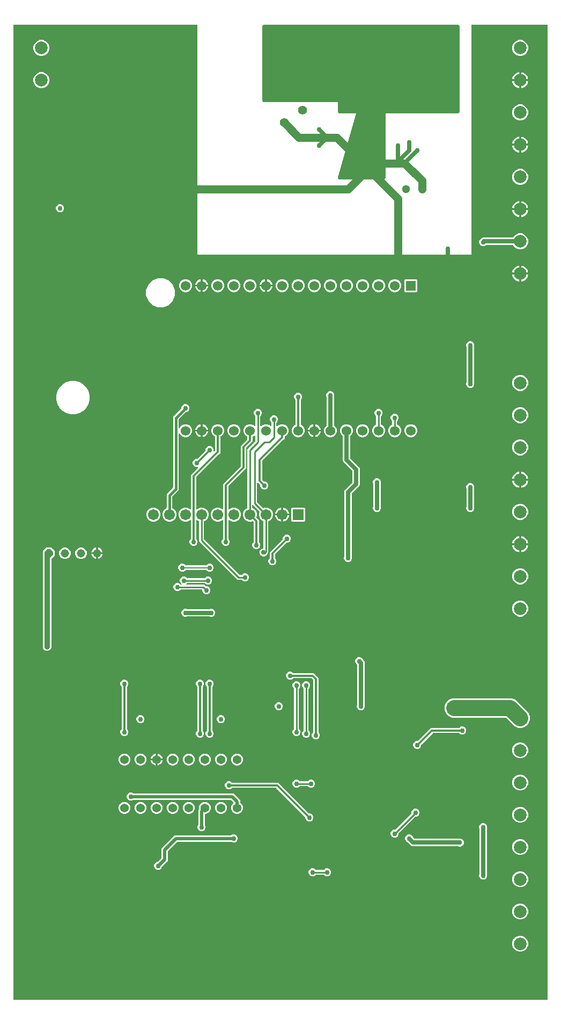
<source format=gbr>
G04 EAGLE Gerber RS-274X export*
G75*
%MOMM*%
%FSLAX34Y34*%
%LPD*%
%INBottom Copper*%
%IPPOS*%
%AMOC8*
5,1,8,0,0,1.08239X$1,22.5*%
G01*
%ADD10R,1.524000X1.524000*%
%ADD11C,1.524000*%
%ADD12C,2.000000*%
%ADD13C,1.300000*%
%ADD14C,1.400000*%
%ADD15R,1.705100X1.705100*%
%ADD16C,1.705100*%
%ADD17P,1.415766X8X22.500000*%
%ADD18C,1.308000*%
%ADD19C,1.366500*%
%ADD20C,0.756400*%
%ADD21C,0.635000*%
%ADD22C,1.270000*%
%ADD23C,0.812800*%
%ADD24C,0.304800*%
%ADD25C,0.406400*%
%ADD26C,0.254000*%
%ADD27C,2.540000*%
%ADD28C,0.508000*%
%ADD29C,0.203200*%

G36*
X855492Y12704D02*
X855492Y12704D01*
X855511Y12702D01*
X855613Y12724D01*
X855715Y12740D01*
X855732Y12750D01*
X855752Y12754D01*
X855841Y12807D01*
X855932Y12856D01*
X855946Y12870D01*
X855963Y12880D01*
X856030Y12959D01*
X856102Y13034D01*
X856110Y13052D01*
X856123Y13067D01*
X856162Y13163D01*
X856205Y13257D01*
X856207Y13277D01*
X856215Y13295D01*
X856233Y13462D01*
X856233Y1548638D01*
X856230Y1548658D01*
X856232Y1548677D01*
X856210Y1548779D01*
X856194Y1548881D01*
X856184Y1548898D01*
X856180Y1548918D01*
X856127Y1549007D01*
X856078Y1549098D01*
X856064Y1549112D01*
X856054Y1549129D01*
X855975Y1549196D01*
X855900Y1549268D01*
X855882Y1549276D01*
X855867Y1549289D01*
X855771Y1549328D01*
X855677Y1549371D01*
X855657Y1549373D01*
X855639Y1549381D01*
X855472Y1549399D01*
X736600Y1549399D01*
X736580Y1549396D01*
X736561Y1549398D01*
X736459Y1549376D01*
X736357Y1549360D01*
X736340Y1549350D01*
X736320Y1549346D01*
X736231Y1549293D01*
X736140Y1549244D01*
X736126Y1549230D01*
X736109Y1549220D01*
X736042Y1549141D01*
X735971Y1549066D01*
X735962Y1549048D01*
X735949Y1549033D01*
X735910Y1548937D01*
X735867Y1548843D01*
X735865Y1548823D01*
X735857Y1548805D01*
X735839Y1548638D01*
X735839Y1186941D01*
X303021Y1186941D01*
X303021Y1548638D01*
X303018Y1548658D01*
X303020Y1548677D01*
X302998Y1548779D01*
X302982Y1548881D01*
X302972Y1548898D01*
X302968Y1548918D01*
X302915Y1549007D01*
X302866Y1549098D01*
X302852Y1549112D01*
X302842Y1549129D01*
X302763Y1549196D01*
X302688Y1549268D01*
X302670Y1549276D01*
X302655Y1549289D01*
X302559Y1549328D01*
X302465Y1549371D01*
X302445Y1549373D01*
X302427Y1549381D01*
X302260Y1549399D01*
X13462Y1549399D01*
X13442Y1549396D01*
X13423Y1549398D01*
X13321Y1549376D01*
X13219Y1549360D01*
X13202Y1549350D01*
X13182Y1549346D01*
X13093Y1549293D01*
X13002Y1549244D01*
X12988Y1549230D01*
X12971Y1549220D01*
X12904Y1549141D01*
X12832Y1549066D01*
X12824Y1549048D01*
X12811Y1549033D01*
X12772Y1548937D01*
X12729Y1548843D01*
X12727Y1548823D01*
X12719Y1548805D01*
X12701Y1548638D01*
X12701Y13462D01*
X12704Y13442D01*
X12702Y13423D01*
X12724Y13321D01*
X12740Y13219D01*
X12750Y13202D01*
X12754Y13182D01*
X12807Y13093D01*
X12856Y13002D01*
X12870Y12988D01*
X12880Y12971D01*
X12959Y12904D01*
X13034Y12832D01*
X13052Y12824D01*
X13067Y12811D01*
X13163Y12772D01*
X13257Y12729D01*
X13277Y12727D01*
X13295Y12719D01*
X13462Y12701D01*
X855472Y12701D01*
X855492Y12704D01*
G37*
G36*
X596927Y1304928D02*
X596927Y1304928D01*
X596954Y1304926D01*
X597178Y1304948D01*
X597402Y1304966D01*
X597428Y1304972D01*
X597456Y1304975D01*
X597674Y1305032D01*
X597891Y1305085D01*
X597916Y1305095D01*
X597943Y1305102D01*
X598149Y1305193D01*
X598356Y1305279D01*
X598379Y1305294D01*
X598404Y1305305D01*
X598593Y1305427D01*
X598783Y1305545D01*
X598804Y1305563D01*
X598827Y1305578D01*
X598994Y1305728D01*
X599164Y1305875D01*
X599181Y1305896D01*
X599202Y1305914D01*
X599343Y1306089D01*
X599487Y1306261D01*
X599501Y1306284D01*
X599518Y1306305D01*
X599630Y1306500D01*
X599745Y1306693D01*
X599756Y1306718D01*
X599769Y1306742D01*
X599849Y1306952D01*
X599932Y1307161D01*
X599938Y1307187D01*
X599948Y1307213D01*
X599993Y1307433D01*
X600042Y1307652D01*
X600044Y1307679D01*
X600050Y1307706D01*
X600074Y1308100D01*
X600074Y1409066D01*
X713740Y1409066D01*
X713767Y1409068D01*
X713794Y1409066D01*
X714018Y1409088D01*
X714242Y1409106D01*
X714268Y1409112D01*
X714296Y1409115D01*
X714514Y1409172D01*
X714731Y1409225D01*
X714756Y1409235D01*
X714783Y1409242D01*
X714989Y1409333D01*
X715196Y1409419D01*
X715219Y1409434D01*
X715244Y1409445D01*
X715433Y1409567D01*
X715623Y1409685D01*
X715644Y1409703D01*
X715667Y1409718D01*
X715834Y1409868D01*
X716004Y1410015D01*
X716021Y1410036D01*
X716042Y1410054D01*
X716183Y1410229D01*
X716327Y1410401D01*
X716341Y1410424D01*
X716358Y1410445D01*
X716470Y1410640D01*
X716585Y1410833D01*
X716596Y1410858D01*
X716609Y1410882D01*
X716689Y1411092D01*
X716772Y1411301D01*
X716778Y1411327D01*
X716788Y1411353D01*
X716833Y1411573D01*
X716882Y1411792D01*
X716884Y1411819D01*
X716890Y1411846D01*
X716914Y1412240D01*
X716914Y1546225D01*
X716912Y1546252D01*
X716914Y1546279D01*
X716892Y1546503D01*
X716874Y1546727D01*
X716868Y1546753D01*
X716865Y1546781D01*
X716808Y1546999D01*
X716756Y1547216D01*
X716745Y1547241D01*
X716738Y1547268D01*
X716647Y1547474D01*
X716561Y1547681D01*
X716546Y1547704D01*
X716535Y1547729D01*
X716413Y1547918D01*
X716295Y1548108D01*
X716277Y1548129D01*
X716262Y1548152D01*
X716112Y1548319D01*
X715965Y1548489D01*
X715944Y1548506D01*
X715926Y1548527D01*
X715751Y1548668D01*
X715579Y1548812D01*
X715556Y1548826D01*
X715535Y1548843D01*
X715340Y1548955D01*
X715147Y1549070D01*
X715122Y1549081D01*
X715098Y1549094D01*
X714888Y1549174D01*
X714679Y1549257D01*
X714653Y1549263D01*
X714627Y1549273D01*
X714407Y1549318D01*
X714188Y1549367D01*
X714161Y1549369D01*
X714134Y1549375D01*
X713740Y1549399D01*
X408940Y1549399D01*
X408913Y1549397D01*
X408886Y1549399D01*
X408662Y1549377D01*
X408438Y1549359D01*
X408412Y1549353D01*
X408384Y1549350D01*
X408166Y1549293D01*
X407949Y1549241D01*
X407924Y1549230D01*
X407897Y1549223D01*
X407691Y1549132D01*
X407484Y1549046D01*
X407461Y1549031D01*
X407436Y1549020D01*
X407247Y1548898D01*
X407057Y1548780D01*
X407036Y1548762D01*
X407013Y1548747D01*
X406846Y1548597D01*
X406676Y1548450D01*
X406659Y1548429D01*
X406638Y1548411D01*
X406497Y1548236D01*
X406353Y1548064D01*
X406339Y1548041D01*
X406322Y1548020D01*
X406210Y1547825D01*
X406095Y1547632D01*
X406085Y1547607D01*
X406071Y1547583D01*
X405991Y1547373D01*
X405908Y1547164D01*
X405902Y1547138D01*
X405892Y1547112D01*
X405847Y1546892D01*
X405798Y1546673D01*
X405796Y1546646D01*
X405790Y1546619D01*
X405766Y1546225D01*
X405766Y1430020D01*
X405768Y1429993D01*
X405766Y1429966D01*
X405788Y1429742D01*
X405806Y1429518D01*
X405812Y1429492D01*
X405815Y1429464D01*
X405872Y1429246D01*
X405925Y1429029D01*
X405935Y1429004D01*
X405942Y1428977D01*
X406033Y1428771D01*
X406119Y1428564D01*
X406134Y1428541D01*
X406145Y1428516D01*
X406267Y1428327D01*
X406385Y1428137D01*
X406403Y1428116D01*
X406418Y1428093D01*
X406568Y1427926D01*
X406715Y1427756D01*
X406736Y1427739D01*
X406754Y1427718D01*
X406929Y1427577D01*
X407101Y1427433D01*
X407124Y1427419D01*
X407145Y1427402D01*
X407340Y1427290D01*
X407533Y1427175D01*
X407558Y1427165D01*
X407582Y1427151D01*
X407792Y1427071D01*
X408001Y1426988D01*
X408027Y1426982D01*
X408053Y1426972D01*
X408273Y1426927D01*
X408492Y1426878D01*
X408519Y1426876D01*
X408546Y1426870D01*
X408940Y1426846D01*
X525146Y1426846D01*
X525146Y1412240D01*
X525148Y1412213D01*
X525146Y1412186D01*
X525168Y1411962D01*
X525186Y1411738D01*
X525192Y1411712D01*
X525195Y1411684D01*
X525252Y1411466D01*
X525305Y1411249D01*
X525315Y1411224D01*
X525322Y1411197D01*
X525413Y1410991D01*
X525499Y1410784D01*
X525514Y1410761D01*
X525525Y1410736D01*
X525647Y1410547D01*
X525765Y1410357D01*
X525783Y1410336D01*
X525798Y1410313D01*
X525948Y1410146D01*
X526095Y1409976D01*
X526116Y1409959D01*
X526134Y1409938D01*
X526309Y1409797D01*
X526481Y1409653D01*
X526504Y1409639D01*
X526525Y1409622D01*
X526720Y1409510D01*
X526913Y1409395D01*
X526938Y1409385D01*
X526962Y1409371D01*
X527172Y1409291D01*
X527381Y1409208D01*
X527407Y1409202D01*
X527433Y1409192D01*
X527653Y1409147D01*
X527872Y1409098D01*
X527899Y1409096D01*
X527926Y1409090D01*
X528320Y1409066D01*
X553419Y1409066D01*
X525264Y1308959D01*
X525224Y1308753D01*
X525178Y1308548D01*
X525175Y1308506D01*
X525167Y1308465D01*
X525159Y1308255D01*
X525146Y1308046D01*
X525150Y1308004D01*
X525149Y1307962D01*
X525174Y1307754D01*
X525195Y1307544D01*
X525205Y1307504D01*
X525210Y1307462D01*
X525269Y1307261D01*
X525322Y1307057D01*
X525339Y1307019D01*
X525350Y1306979D01*
X525440Y1306789D01*
X525525Y1306596D01*
X525547Y1306561D01*
X525565Y1306523D01*
X525683Y1306350D01*
X525798Y1306173D01*
X525825Y1306142D01*
X525849Y1306108D01*
X525993Y1305955D01*
X526134Y1305798D01*
X526167Y1305772D01*
X526195Y1305742D01*
X526362Y1305614D01*
X526525Y1305482D01*
X526562Y1305461D01*
X526595Y1305436D01*
X526780Y1305336D01*
X526962Y1305231D01*
X527001Y1305216D01*
X527038Y1305196D01*
X527237Y1305127D01*
X527433Y1305052D01*
X527474Y1305044D01*
X527513Y1305030D01*
X527720Y1304993D01*
X527926Y1304950D01*
X527974Y1304947D01*
X528009Y1304941D01*
X528103Y1304939D01*
X528320Y1304926D01*
X596900Y1304926D01*
X596927Y1304928D01*
G37*
%LPC*%
G36*
X406412Y711227D02*
X406412Y711227D01*
X404088Y712190D01*
X402310Y713968D01*
X401347Y716292D01*
X401347Y718808D01*
X402310Y721132D01*
X404088Y722910D01*
X406412Y723873D01*
X406908Y723873D01*
X406928Y723876D01*
X406947Y723874D01*
X407049Y723896D01*
X407151Y723912D01*
X407168Y723922D01*
X407188Y723926D01*
X407277Y723979D01*
X407368Y724028D01*
X407382Y724042D01*
X407399Y724052D01*
X407466Y724131D01*
X407538Y724206D01*
X407546Y724224D01*
X407559Y724239D01*
X407598Y724335D01*
X407641Y724429D01*
X407643Y724449D01*
X407651Y724467D01*
X407669Y724634D01*
X407669Y766332D01*
X407650Y766447D01*
X407633Y766563D01*
X407631Y766568D01*
X407630Y766575D01*
X407575Y766677D01*
X407522Y766782D01*
X407517Y766786D01*
X407514Y766792D01*
X407430Y766872D01*
X407346Y766954D01*
X407340Y766958D01*
X407336Y766961D01*
X407319Y766969D01*
X407295Y766982D01*
X407287Y766989D01*
X407271Y766996D01*
X407199Y767035D01*
X405211Y767859D01*
X402099Y770971D01*
X400414Y775039D01*
X400414Y779441D01*
X401237Y781429D01*
X401264Y781543D01*
X401292Y781656D01*
X401292Y781662D01*
X401293Y781669D01*
X401282Y781785D01*
X401273Y781901D01*
X401271Y781907D01*
X401270Y781913D01*
X401222Y782021D01*
X401177Y782128D01*
X401172Y782134D01*
X401170Y782138D01*
X401158Y782152D01*
X401072Y782259D01*
X392344Y790986D01*
X391190Y792141D01*
X391132Y792182D01*
X391080Y792232D01*
X391033Y792254D01*
X390991Y792284D01*
X390922Y792305D01*
X390857Y792335D01*
X390805Y792341D01*
X390755Y792356D01*
X390684Y792355D01*
X390613Y792362D01*
X390562Y792351D01*
X390510Y792350D01*
X390442Y792325D01*
X390372Y792310D01*
X390327Y792284D01*
X390279Y792266D01*
X390223Y792221D01*
X390161Y792184D01*
X390127Y792144D01*
X390087Y792112D01*
X390048Y792052D01*
X390001Y791997D01*
X389982Y791949D01*
X389954Y791905D01*
X389936Y791836D01*
X389909Y791769D01*
X389901Y791698D01*
X389893Y791667D01*
X389895Y791643D01*
X389891Y791602D01*
X389891Y788148D01*
X389910Y788033D01*
X389927Y787917D01*
X389929Y787912D01*
X389930Y787905D01*
X389985Y787803D01*
X390038Y787698D01*
X390043Y787694D01*
X390046Y787688D01*
X390130Y787608D01*
X390214Y787526D01*
X390220Y787522D01*
X390224Y787519D01*
X390241Y787511D01*
X390361Y787445D01*
X392349Y786621D01*
X395461Y783509D01*
X397146Y779441D01*
X397146Y775039D01*
X396428Y773305D01*
X396401Y773189D01*
X396373Y773078D01*
X396373Y773072D01*
X396372Y773065D01*
X396383Y772949D01*
X396392Y772833D01*
X396394Y772827D01*
X396395Y772821D01*
X396443Y772713D01*
X396488Y772606D01*
X396493Y772600D01*
X396495Y772596D01*
X396507Y772582D01*
X396593Y772475D01*
X397701Y771368D01*
X400305Y768764D01*
X400305Y734172D01*
X400319Y734082D01*
X400327Y733991D01*
X400339Y733962D01*
X400344Y733930D01*
X400387Y733849D01*
X400423Y733765D01*
X400449Y733733D01*
X400460Y733712D01*
X400483Y733690D01*
X400528Y733634D01*
X401600Y732562D01*
X402563Y730238D01*
X402563Y727722D01*
X401600Y725398D01*
X399822Y723620D01*
X397498Y722657D01*
X394982Y722657D01*
X392658Y723620D01*
X390880Y725398D01*
X389917Y727722D01*
X389917Y730238D01*
X390880Y732562D01*
X391952Y733634D01*
X392005Y733708D01*
X392065Y733777D01*
X392077Y733808D01*
X392096Y733834D01*
X392123Y733921D01*
X392157Y734006D01*
X392161Y734047D01*
X392168Y734069D01*
X392167Y734101D01*
X392175Y734172D01*
X392175Y765081D01*
X392161Y765171D01*
X392153Y765262D01*
X392141Y765292D01*
X392136Y765324D01*
X392093Y765404D01*
X392057Y765488D01*
X392031Y765521D01*
X392020Y765541D01*
X391997Y765563D01*
X391952Y765619D01*
X390845Y766727D01*
X390749Y766795D01*
X390656Y766865D01*
X390650Y766867D01*
X390645Y766870D01*
X390534Y766905D01*
X390422Y766941D01*
X390416Y766941D01*
X390410Y766943D01*
X390293Y766940D01*
X390176Y766939D01*
X390169Y766937D01*
X390164Y766936D01*
X390147Y766930D01*
X390015Y766892D01*
X388281Y766174D01*
X383879Y766174D01*
X379811Y767859D01*
X376699Y770971D01*
X375014Y775039D01*
X375014Y779441D01*
X376699Y783509D01*
X379811Y786621D01*
X381799Y787445D01*
X381899Y787506D01*
X381999Y787566D01*
X382003Y787571D01*
X382008Y787575D01*
X382083Y787664D01*
X382159Y787753D01*
X382161Y787759D01*
X382165Y787764D01*
X382207Y787872D01*
X382251Y787981D01*
X382252Y787989D01*
X382253Y787994D01*
X382254Y788012D01*
X382269Y788148D01*
X382269Y880418D01*
X394746Y892896D01*
X394799Y892969D01*
X394859Y893039D01*
X394871Y893069D01*
X394890Y893095D01*
X394917Y893182D01*
X394951Y893267D01*
X394955Y893308D01*
X394962Y893330D01*
X394961Y893363D01*
X394969Y893434D01*
X394969Y902002D01*
X394958Y902073D01*
X394956Y902144D01*
X394938Y902193D01*
X394930Y902245D01*
X394896Y902308D01*
X394871Y902375D01*
X394839Y902416D01*
X394814Y902462D01*
X394762Y902511D01*
X394718Y902567D01*
X394674Y902596D01*
X394636Y902632D01*
X394571Y902662D01*
X394511Y902700D01*
X394460Y902713D01*
X394413Y902735D01*
X394342Y902743D01*
X394272Y902761D01*
X394220Y902756D01*
X394169Y902762D01*
X394098Y902747D01*
X394027Y902741D01*
X393979Y902721D01*
X393928Y902710D01*
X393867Y902673D01*
X393801Y902645D01*
X393745Y902600D01*
X393717Y902584D01*
X393702Y902566D01*
X393670Y902540D01*
X391836Y900706D01*
X390615Y900200D01*
X390515Y900139D01*
X390415Y900079D01*
X390411Y900074D01*
X390406Y900071D01*
X390331Y899980D01*
X390255Y899892D01*
X390253Y899886D01*
X390249Y899881D01*
X390207Y899773D01*
X390163Y899664D01*
X390162Y899656D01*
X390161Y899652D01*
X390160Y899633D01*
X390145Y899497D01*
X390145Y892396D01*
X380208Y882459D01*
X380155Y882385D01*
X380095Y882316D01*
X380083Y882286D01*
X380064Y882260D01*
X380037Y882173D01*
X380003Y882088D01*
X379999Y882047D01*
X379992Y882024D01*
X379993Y881992D01*
X379985Y881921D01*
X379985Y850152D01*
X352268Y822435D01*
X352224Y822374D01*
X352189Y822338D01*
X352183Y822324D01*
X352155Y822292D01*
X352143Y822262D01*
X352124Y822235D01*
X352097Y822149D01*
X352063Y822064D01*
X352059Y822023D01*
X352052Y822000D01*
X352053Y821968D01*
X352045Y821897D01*
X352045Y786093D01*
X352056Y786022D01*
X352058Y785950D01*
X352076Y785901D01*
X352084Y785850D01*
X352118Y785786D01*
X352143Y785719D01*
X352175Y785678D01*
X352200Y785632D01*
X352252Y785583D01*
X352296Y785527D01*
X352340Y785499D01*
X352378Y785463D01*
X352443Y785433D01*
X352503Y785394D01*
X352554Y785381D01*
X352601Y785359D01*
X352672Y785352D01*
X352742Y785334D01*
X352794Y785338D01*
X352845Y785332D01*
X352916Y785348D01*
X352987Y785353D01*
X353035Y785373D01*
X353086Y785385D01*
X353147Y785421D01*
X353213Y785449D01*
X353269Y785494D01*
X353297Y785511D01*
X353312Y785529D01*
X353344Y785554D01*
X354411Y786621D01*
X358479Y788306D01*
X362881Y788306D01*
X366949Y786621D01*
X370061Y783509D01*
X371746Y779441D01*
X371746Y775039D01*
X370061Y770971D01*
X366949Y767859D01*
X362881Y766174D01*
X358479Y766174D01*
X354411Y767859D01*
X353344Y768926D01*
X353286Y768968D01*
X353234Y769017D01*
X353187Y769039D01*
X353145Y769069D01*
X353076Y769090D01*
X353011Y769121D01*
X352959Y769126D01*
X352909Y769142D01*
X352838Y769140D01*
X352767Y769148D01*
X352716Y769137D01*
X352664Y769135D01*
X352596Y769111D01*
X352526Y769095D01*
X352481Y769069D01*
X352433Y769051D01*
X352377Y769006D01*
X352315Y768969D01*
X352281Y768930D01*
X352241Y768897D01*
X352202Y768837D01*
X352155Y768782D01*
X352136Y768734D01*
X352108Y768690D01*
X352090Y768621D01*
X352063Y768554D01*
X352055Y768483D01*
X352047Y768452D01*
X352049Y768428D01*
X352045Y768387D01*
X352045Y739252D01*
X352059Y739162D01*
X352067Y739071D01*
X352079Y739042D01*
X352084Y739010D01*
X352127Y738929D01*
X352163Y738845D01*
X352189Y738813D01*
X352200Y738792D01*
X352223Y738770D01*
X352268Y738714D01*
X353340Y737642D01*
X354303Y735318D01*
X354303Y732802D01*
X353340Y730478D01*
X351562Y728700D01*
X349238Y727737D01*
X346722Y727737D01*
X344398Y728700D01*
X342620Y730478D01*
X341657Y732802D01*
X341657Y735318D01*
X342620Y737642D01*
X343692Y738714D01*
X343745Y738788D01*
X343805Y738857D01*
X343817Y738888D01*
X343836Y738914D01*
X343863Y739001D01*
X343897Y739086D01*
X343901Y739127D01*
X343908Y739149D01*
X343907Y739181D01*
X343915Y739252D01*
X343915Y768387D01*
X343904Y768458D01*
X343902Y768530D01*
X343884Y768579D01*
X343876Y768630D01*
X343842Y768694D01*
X343817Y768761D01*
X343785Y768802D01*
X343760Y768848D01*
X343708Y768897D01*
X343664Y768953D01*
X343620Y768981D01*
X343582Y769017D01*
X343517Y769047D01*
X343457Y769086D01*
X343406Y769099D01*
X343359Y769121D01*
X343288Y769128D01*
X343218Y769146D01*
X343166Y769142D01*
X343115Y769148D01*
X343044Y769132D01*
X342973Y769127D01*
X342925Y769107D01*
X342874Y769095D01*
X342813Y769059D01*
X342747Y769031D01*
X342691Y768986D01*
X342663Y768969D01*
X342648Y768951D01*
X342616Y768926D01*
X341549Y767859D01*
X337481Y766174D01*
X333079Y766174D01*
X329011Y767859D01*
X325899Y770971D01*
X324214Y775039D01*
X324214Y779441D01*
X325899Y783509D01*
X329011Y786621D01*
X333079Y788306D01*
X337481Y788306D01*
X341549Y786621D01*
X342616Y785554D01*
X342674Y785512D01*
X342726Y785463D01*
X342773Y785441D01*
X342815Y785411D01*
X342884Y785390D01*
X342949Y785359D01*
X343001Y785354D01*
X343051Y785338D01*
X343122Y785340D01*
X343193Y785332D01*
X343244Y785343D01*
X343296Y785345D01*
X343364Y785369D01*
X343434Y785385D01*
X343479Y785411D01*
X343527Y785429D01*
X343583Y785474D01*
X343645Y785511D01*
X343679Y785550D01*
X343719Y785583D01*
X343758Y785643D01*
X343805Y785698D01*
X343824Y785746D01*
X343852Y785790D01*
X343870Y785859D01*
X343897Y785926D01*
X343905Y785997D01*
X343913Y786028D01*
X343911Y786052D01*
X343915Y786093D01*
X343915Y825580D01*
X371632Y853297D01*
X371685Y853371D01*
X371745Y853440D01*
X371757Y853470D01*
X371776Y853496D01*
X371803Y853583D01*
X371837Y853668D01*
X371841Y853709D01*
X371848Y853731D01*
X371847Y853764D01*
X371855Y853835D01*
X371855Y885604D01*
X381792Y895541D01*
X381845Y895615D01*
X381905Y895684D01*
X381917Y895714D01*
X381936Y895740D01*
X381963Y895827D01*
X381997Y895912D01*
X382001Y895953D01*
X382008Y895976D01*
X382007Y896008D01*
X382015Y896079D01*
X382015Y899497D01*
X381996Y899612D01*
X381979Y899728D01*
X381977Y899734D01*
X381976Y899740D01*
X381922Y899841D01*
X381868Y899947D01*
X381863Y899952D01*
X381860Y899957D01*
X381776Y900037D01*
X381692Y900120D01*
X381686Y900123D01*
X381682Y900127D01*
X381665Y900134D01*
X381545Y900200D01*
X380324Y900706D01*
X377466Y903564D01*
X375919Y907299D01*
X375919Y911341D01*
X377466Y915076D01*
X380324Y917934D01*
X384059Y919481D01*
X388101Y919481D01*
X391836Y917934D01*
X393670Y916100D01*
X393728Y916058D01*
X393780Y916008D01*
X393827Y915987D01*
X393869Y915956D01*
X393938Y915935D01*
X394003Y915905D01*
X394055Y915899D01*
X394105Y915884D01*
X394176Y915886D01*
X394247Y915878D01*
X394298Y915889D01*
X394350Y915890D01*
X394418Y915915D01*
X394488Y915930D01*
X394533Y915957D01*
X394581Y915975D01*
X394637Y916019D01*
X394699Y916056D01*
X394733Y916096D01*
X394773Y916128D01*
X394812Y916189D01*
X394859Y916243D01*
X394878Y916291D01*
X394906Y916335D01*
X394924Y916405D01*
X394951Y916471D01*
X394959Y916543D01*
X394967Y916574D01*
X394965Y916597D01*
X394969Y916638D01*
X394969Y931814D01*
X394955Y931904D01*
X394947Y931995D01*
X394935Y932024D01*
X394930Y932056D01*
X394887Y932137D01*
X394851Y932221D01*
X394825Y932253D01*
X394814Y932274D01*
X394791Y932296D01*
X394746Y932352D01*
X393420Y933678D01*
X392457Y936002D01*
X392457Y938518D01*
X393420Y940842D01*
X395198Y942620D01*
X397522Y943583D01*
X400038Y943583D01*
X402362Y942620D01*
X404140Y940842D01*
X405103Y938518D01*
X405103Y936002D01*
X404140Y933678D01*
X402814Y932352D01*
X402761Y932278D01*
X402701Y932209D01*
X402689Y932178D01*
X402670Y932152D01*
X402643Y932065D01*
X402609Y931980D01*
X402605Y931939D01*
X402598Y931917D01*
X402599Y931885D01*
X402591Y931814D01*
X402591Y916638D01*
X402602Y916567D01*
X402604Y916496D01*
X402622Y916447D01*
X402630Y916395D01*
X402664Y916332D01*
X402689Y916265D01*
X402721Y916224D01*
X402746Y916178D01*
X402798Y916129D01*
X402842Y916073D01*
X402886Y916044D01*
X402924Y916008D01*
X402989Y915978D01*
X403049Y915940D01*
X403100Y915927D01*
X403147Y915905D01*
X403218Y915897D01*
X403288Y915879D01*
X403340Y915884D01*
X403391Y915878D01*
X403462Y915893D01*
X403533Y915899D01*
X403581Y915919D01*
X403632Y915930D01*
X403693Y915967D01*
X403759Y915995D01*
X403815Y916040D01*
X403843Y916056D01*
X403858Y916074D01*
X403890Y916100D01*
X405724Y917934D01*
X409459Y919481D01*
X413501Y919481D01*
X417236Y917934D01*
X419070Y916100D01*
X419128Y916058D01*
X419180Y916008D01*
X419227Y915987D01*
X419269Y915956D01*
X419338Y915935D01*
X419403Y915905D01*
X419455Y915899D01*
X419505Y915884D01*
X419576Y915886D01*
X419647Y915878D01*
X419698Y915889D01*
X419750Y915890D01*
X419818Y915915D01*
X419888Y915930D01*
X419933Y915957D01*
X419981Y915975D01*
X420037Y916019D01*
X420099Y916056D01*
X420133Y916096D01*
X420173Y916128D01*
X420212Y916189D01*
X420259Y916243D01*
X420278Y916291D01*
X420306Y916335D01*
X420324Y916405D01*
X420351Y916471D01*
X420359Y916543D01*
X420367Y916574D01*
X420365Y916597D01*
X420369Y916638D01*
X420369Y921654D01*
X420367Y921665D01*
X420368Y921673D01*
X420360Y921711D01*
X420355Y921744D01*
X420347Y921835D01*
X420335Y921864D01*
X420330Y921896D01*
X420287Y921977D01*
X420251Y922061D01*
X420225Y922093D01*
X420214Y922114D01*
X420191Y922136D01*
X420146Y922192D01*
X418820Y923518D01*
X417857Y925842D01*
X417857Y928358D01*
X418820Y930682D01*
X420598Y932460D01*
X422922Y933423D01*
X425438Y933423D01*
X427762Y932460D01*
X429540Y930682D01*
X430503Y928358D01*
X430503Y925842D01*
X429540Y923518D01*
X428214Y922192D01*
X428161Y922118D01*
X428101Y922049D01*
X428089Y922018D01*
X428070Y921992D01*
X428043Y921905D01*
X428009Y921820D01*
X428005Y921779D01*
X427998Y921757D01*
X427999Y921725D01*
X427991Y921654D01*
X427991Y916638D01*
X428002Y916567D01*
X428004Y916496D01*
X428022Y916447D01*
X428030Y916395D01*
X428064Y916332D01*
X428089Y916265D01*
X428121Y916224D01*
X428146Y916178D01*
X428198Y916129D01*
X428242Y916073D01*
X428286Y916044D01*
X428324Y916008D01*
X428389Y915978D01*
X428449Y915940D01*
X428500Y915927D01*
X428547Y915905D01*
X428618Y915897D01*
X428688Y915879D01*
X428740Y915884D01*
X428791Y915878D01*
X428862Y915893D01*
X428933Y915899D01*
X428981Y915919D01*
X429032Y915930D01*
X429093Y915967D01*
X429159Y915995D01*
X429215Y916040D01*
X429243Y916056D01*
X429258Y916074D01*
X429290Y916100D01*
X431124Y917934D01*
X434859Y919481D01*
X438901Y919481D01*
X442636Y917934D01*
X445494Y915076D01*
X447041Y911341D01*
X447041Y907299D01*
X445494Y903564D01*
X442636Y900706D01*
X441415Y900200D01*
X441315Y900139D01*
X441215Y900079D01*
X441211Y900074D01*
X441206Y900071D01*
X441131Y899980D01*
X441055Y899892D01*
X441053Y899886D01*
X441049Y899881D01*
X441007Y899773D01*
X440963Y899664D01*
X440962Y899656D01*
X440961Y899652D01*
X440960Y899633D01*
X440945Y899497D01*
X440945Y897476D01*
X438341Y894872D01*
X405608Y862139D01*
X405555Y862065D01*
X405495Y861996D01*
X405483Y861966D01*
X405464Y861940D01*
X405437Y861853D01*
X405403Y861768D01*
X405399Y861727D01*
X405392Y861705D01*
X405393Y861672D01*
X405385Y861601D01*
X405385Y832579D01*
X405399Y832489D01*
X405407Y832398D01*
X405419Y832368D01*
X405424Y832336D01*
X405450Y832289D01*
X405450Y832287D01*
X405454Y832281D01*
X405467Y832256D01*
X405503Y832172D01*
X405529Y832140D01*
X405540Y832119D01*
X405563Y832097D01*
X405567Y832092D01*
X405576Y832076D01*
X405586Y832067D01*
X405608Y832041D01*
X408143Y829506D01*
X408217Y829453D01*
X408286Y829393D01*
X408316Y829381D01*
X408342Y829362D01*
X408429Y829335D01*
X408514Y829301D01*
X408555Y829297D01*
X408578Y829290D01*
X408610Y829291D01*
X408681Y829283D01*
X410198Y829283D01*
X412522Y828320D01*
X414300Y826542D01*
X415263Y824218D01*
X415263Y821702D01*
X414300Y819378D01*
X412522Y817600D01*
X410198Y816637D01*
X407682Y816637D01*
X405358Y817600D01*
X403580Y819378D01*
X402617Y821702D01*
X402617Y823219D01*
X402603Y823309D01*
X402595Y823400D01*
X402583Y823430D01*
X402578Y823462D01*
X402535Y823542D01*
X402499Y823626D01*
X402473Y823659D01*
X402462Y823679D01*
X402439Y823701D01*
X402394Y823757D01*
X398810Y827341D01*
X398752Y827383D01*
X398700Y827433D01*
X398653Y827455D01*
X398611Y827485D01*
X398542Y827506D01*
X398477Y827536D01*
X398425Y827542D01*
X398375Y827557D01*
X398304Y827555D01*
X398233Y827563D01*
X398182Y827552D01*
X398130Y827551D01*
X398062Y827526D01*
X397992Y827511D01*
X397947Y827484D01*
X397899Y827466D01*
X397843Y827422D01*
X397781Y827385D01*
X397747Y827345D01*
X397707Y827313D01*
X397668Y827252D01*
X397621Y827198D01*
X397602Y827150D01*
X397574Y827106D01*
X397556Y827036D01*
X397529Y826970D01*
X397521Y826898D01*
X397513Y826867D01*
X397515Y826844D01*
X397511Y826803D01*
X397511Y796914D01*
X397525Y796824D01*
X397533Y796733D01*
X397545Y796703D01*
X397550Y796671D01*
X397593Y796590D01*
X397629Y796506D01*
X397655Y796474D01*
X397666Y796454D01*
X397689Y796431D01*
X397734Y796376D01*
X406461Y787648D01*
X406556Y787580D01*
X406650Y787510D01*
X406656Y787508D01*
X406661Y787504D01*
X406772Y787470D01*
X406884Y787434D01*
X406890Y787434D01*
X406896Y787432D01*
X407013Y787435D01*
X407130Y787436D01*
X407137Y787438D01*
X407142Y787438D01*
X407159Y787445D01*
X407291Y787483D01*
X409279Y788306D01*
X413681Y788306D01*
X417749Y786621D01*
X420861Y783509D01*
X422546Y779441D01*
X422546Y775039D01*
X420861Y770971D01*
X417749Y767859D01*
X415761Y767035D01*
X415661Y766974D01*
X415657Y766971D01*
X415607Y766945D01*
X415600Y766937D01*
X415561Y766914D01*
X415557Y766909D01*
X415552Y766905D01*
X415477Y766816D01*
X415401Y766727D01*
X415399Y766721D01*
X415395Y766716D01*
X415353Y766608D01*
X415309Y766499D01*
X415308Y766491D01*
X415307Y766486D01*
X415306Y766468D01*
X415291Y766332D01*
X415291Y717242D01*
X413853Y715804D01*
X413815Y715751D01*
X413769Y715704D01*
X413729Y715631D01*
X413710Y715604D01*
X413704Y715586D01*
X413688Y715557D01*
X413030Y713968D01*
X411252Y712190D01*
X408928Y711227D01*
X406412Y711227D01*
G37*
%LPD*%
%LPC*%
G36*
X809764Y441154D02*
X809764Y441154D01*
X804163Y443475D01*
X790661Y456976D01*
X790587Y457029D01*
X790518Y457089D01*
X790487Y457101D01*
X790461Y457120D01*
X790374Y457147D01*
X790289Y457181D01*
X790249Y457185D01*
X790226Y457192D01*
X790194Y457191D01*
X790123Y457199D01*
X705628Y457199D01*
X700027Y459520D01*
X695740Y463807D01*
X693419Y469408D01*
X693419Y475472D01*
X695740Y481073D01*
X700027Y485360D01*
X705628Y487681D01*
X799783Y487681D01*
X805384Y485360D01*
X825716Y465028D01*
X828037Y459427D01*
X828037Y453363D01*
X825716Y447762D01*
X821429Y443475D01*
X815828Y441154D01*
X809764Y441154D01*
G37*
%LPD*%
%LPC*%
G36*
X377202Y671857D02*
X377202Y671857D01*
X374878Y672820D01*
X373552Y674146D01*
X373478Y674199D01*
X373409Y674259D01*
X373378Y674271D01*
X373352Y674290D01*
X373265Y674317D01*
X373180Y674351D01*
X373139Y674355D01*
X373117Y674362D01*
X373085Y674361D01*
X373014Y674369D01*
X366722Y674369D01*
X306069Y735022D01*
X306069Y766332D01*
X306051Y766446D01*
X306033Y766563D01*
X306031Y766568D01*
X306030Y766575D01*
X305975Y766677D01*
X305922Y766782D01*
X305917Y766786D01*
X305914Y766792D01*
X305830Y766872D01*
X305746Y766954D01*
X305740Y766958D01*
X305736Y766961D01*
X305719Y766969D01*
X305695Y766982D01*
X305687Y766989D01*
X305671Y766996D01*
X305599Y767035D01*
X303611Y767859D01*
X302544Y768926D01*
X302486Y768968D01*
X302434Y769017D01*
X302387Y769039D01*
X302345Y769069D01*
X302276Y769090D01*
X302211Y769121D01*
X302159Y769126D01*
X302109Y769142D01*
X302038Y769140D01*
X301967Y769148D01*
X301916Y769137D01*
X301864Y769135D01*
X301796Y769111D01*
X301726Y769095D01*
X301681Y769069D01*
X301633Y769051D01*
X301577Y769006D01*
X301515Y768969D01*
X301481Y768930D01*
X301441Y768897D01*
X301402Y768837D01*
X301355Y768782D01*
X301336Y768734D01*
X301308Y768690D01*
X301290Y768621D01*
X301263Y768554D01*
X301255Y768483D01*
X301247Y768452D01*
X301249Y768428D01*
X301245Y768387D01*
X301245Y739252D01*
X301259Y739162D01*
X301267Y739071D01*
X301279Y739042D01*
X301284Y739010D01*
X301327Y738929D01*
X301363Y738845D01*
X301389Y738813D01*
X301400Y738792D01*
X301423Y738770D01*
X301468Y738714D01*
X302540Y737642D01*
X303503Y735318D01*
X303503Y732802D01*
X302540Y730478D01*
X300762Y728700D01*
X298438Y727737D01*
X295922Y727737D01*
X293598Y728700D01*
X291820Y730478D01*
X290857Y732802D01*
X290857Y735318D01*
X291820Y737642D01*
X292892Y738714D01*
X292945Y738788D01*
X293005Y738857D01*
X293017Y738888D01*
X293036Y738914D01*
X293063Y739001D01*
X293097Y739086D01*
X293101Y739127D01*
X293108Y739149D01*
X293107Y739181D01*
X293115Y739252D01*
X293115Y768387D01*
X293104Y768458D01*
X293102Y768530D01*
X293084Y768579D01*
X293076Y768630D01*
X293042Y768694D01*
X293017Y768761D01*
X292985Y768802D01*
X292960Y768848D01*
X292908Y768897D01*
X292864Y768953D01*
X292820Y768981D01*
X292782Y769017D01*
X292717Y769047D01*
X292657Y769086D01*
X292606Y769099D01*
X292559Y769121D01*
X292488Y769128D01*
X292418Y769146D01*
X292366Y769142D01*
X292315Y769148D01*
X292244Y769132D01*
X292173Y769127D01*
X292125Y769107D01*
X292074Y769095D01*
X292013Y769059D01*
X291947Y769031D01*
X291891Y768986D01*
X291863Y768969D01*
X291848Y768951D01*
X291816Y768926D01*
X290749Y767859D01*
X286681Y766174D01*
X282279Y766174D01*
X278211Y767859D01*
X275099Y770971D01*
X273414Y775039D01*
X273414Y779441D01*
X275099Y783509D01*
X278211Y786621D01*
X282279Y788306D01*
X286681Y788306D01*
X290749Y786621D01*
X291816Y785554D01*
X291874Y785512D01*
X291926Y785463D01*
X291973Y785441D01*
X292015Y785411D01*
X292084Y785390D01*
X292149Y785359D01*
X292201Y785354D01*
X292251Y785338D01*
X292322Y785340D01*
X292393Y785332D01*
X292444Y785343D01*
X292496Y785345D01*
X292564Y785369D01*
X292634Y785385D01*
X292679Y785411D01*
X292727Y785429D01*
X292783Y785474D01*
X292845Y785511D01*
X292879Y785550D01*
X292919Y785583D01*
X292958Y785643D01*
X293005Y785698D01*
X293024Y785746D01*
X293052Y785790D01*
X293070Y785859D01*
X293097Y785926D01*
X293105Y785997D01*
X293113Y786028D01*
X293111Y786052D01*
X293115Y786093D01*
X293115Y839884D01*
X295719Y842488D01*
X304129Y850898D01*
X304171Y850956D01*
X304221Y851008D01*
X304243Y851055D01*
X304273Y851097D01*
X304294Y851166D01*
X304324Y851231D01*
X304330Y851283D01*
X304345Y851333D01*
X304343Y851404D01*
X304351Y851475D01*
X304340Y851526D01*
X304339Y851578D01*
X304314Y851646D01*
X304299Y851716D01*
X304272Y851760D01*
X304254Y851809D01*
X304210Y851865D01*
X304173Y851927D01*
X304133Y851961D01*
X304101Y852001D01*
X304040Y852040D01*
X303986Y852087D01*
X303938Y852106D01*
X303894Y852134D01*
X303824Y852152D01*
X303758Y852179D01*
X303686Y852187D01*
X303655Y852195D01*
X303632Y852193D01*
X303591Y852197D01*
X301002Y852197D01*
X298678Y853160D01*
X296900Y854938D01*
X295937Y857262D01*
X295937Y859778D01*
X296900Y862102D01*
X298678Y863880D01*
X301002Y864843D01*
X302519Y864843D01*
X302609Y864857D01*
X302700Y864865D01*
X302730Y864877D01*
X302762Y864882D01*
X302842Y864925D01*
X302926Y864961D01*
X302958Y864987D01*
X302979Y864998D01*
X303001Y865021D01*
X303057Y865066D01*
X316034Y878043D01*
X316087Y878117D01*
X316147Y878186D01*
X316159Y878216D01*
X316178Y878242D01*
X316205Y878329D01*
X316239Y878414D01*
X316243Y878455D01*
X316250Y878478D01*
X316249Y878510D01*
X316257Y878581D01*
X316257Y880098D01*
X317220Y882422D01*
X318998Y884200D01*
X321322Y885163D01*
X323838Y885163D01*
X326162Y884200D01*
X327940Y882422D01*
X328903Y880098D01*
X328903Y877509D01*
X328914Y877438D01*
X328916Y877366D01*
X328934Y877317D01*
X328942Y877266D01*
X328976Y877203D01*
X329001Y877135D01*
X329033Y877095D01*
X329058Y877049D01*
X329109Y876999D01*
X329154Y876943D01*
X329198Y876915D01*
X329236Y876879D01*
X329301Y876849D01*
X329361Y876810D01*
X329412Y876798D01*
X329459Y876776D01*
X329530Y876768D01*
X329600Y876750D01*
X329652Y876754D01*
X329703Y876749D01*
X329774Y876764D01*
X329845Y876770D01*
X329893Y876790D01*
X329944Y876801D01*
X330005Y876838D01*
X330071Y876866D01*
X330127Y876911D01*
X330155Y876927D01*
X330170Y876945D01*
X330202Y876971D01*
X330992Y877761D01*
X331045Y877835D01*
X331105Y877904D01*
X331117Y877934D01*
X331136Y877960D01*
X331163Y878047D01*
X331197Y878132D01*
X331201Y878173D01*
X331208Y878195D01*
X331207Y878228D01*
X331215Y878299D01*
X331215Y899497D01*
X331196Y899612D01*
X331179Y899728D01*
X331177Y899734D01*
X331176Y899740D01*
X331122Y899841D01*
X331068Y899947D01*
X331063Y899952D01*
X331060Y899957D01*
X330976Y900037D01*
X330892Y900120D01*
X330886Y900123D01*
X330882Y900127D01*
X330865Y900134D01*
X330745Y900200D01*
X329524Y900706D01*
X326666Y903564D01*
X325119Y907299D01*
X325119Y911341D01*
X326666Y915076D01*
X329524Y917934D01*
X333259Y919481D01*
X337301Y919481D01*
X341036Y917934D01*
X343894Y915076D01*
X345441Y911341D01*
X345441Y907299D01*
X343894Y903564D01*
X341036Y900706D01*
X339815Y900200D01*
X339715Y900139D01*
X339615Y900079D01*
X339611Y900074D01*
X339606Y900071D01*
X339531Y899980D01*
X339455Y899892D01*
X339453Y899886D01*
X339449Y899881D01*
X339407Y899773D01*
X339363Y899664D01*
X339362Y899656D01*
X339361Y899652D01*
X339360Y899633D01*
X339345Y899497D01*
X339345Y874616D01*
X336741Y872012D01*
X301468Y836739D01*
X301415Y836665D01*
X301355Y836596D01*
X301343Y836566D01*
X301324Y836540D01*
X301297Y836453D01*
X301263Y836368D01*
X301259Y836327D01*
X301252Y836305D01*
X301253Y836272D01*
X301245Y836201D01*
X301245Y786093D01*
X301256Y786022D01*
X301258Y785950D01*
X301276Y785901D01*
X301284Y785850D01*
X301318Y785786D01*
X301343Y785719D01*
X301375Y785678D01*
X301400Y785632D01*
X301452Y785583D01*
X301496Y785527D01*
X301540Y785499D01*
X301578Y785463D01*
X301643Y785433D01*
X301703Y785394D01*
X301754Y785381D01*
X301801Y785359D01*
X301872Y785352D01*
X301942Y785334D01*
X301994Y785338D01*
X302045Y785332D01*
X302116Y785348D01*
X302187Y785353D01*
X302235Y785373D01*
X302286Y785385D01*
X302347Y785421D01*
X302413Y785449D01*
X302469Y785494D01*
X302497Y785511D01*
X302512Y785529D01*
X302544Y785554D01*
X303611Y786621D01*
X307679Y788306D01*
X312081Y788306D01*
X316149Y786621D01*
X319261Y783509D01*
X320946Y779441D01*
X320946Y775039D01*
X319261Y770971D01*
X316149Y767859D01*
X314161Y767035D01*
X314061Y766973D01*
X314057Y766971D01*
X314007Y766945D01*
X314000Y766937D01*
X313961Y766914D01*
X313957Y766909D01*
X313952Y766906D01*
X313877Y766815D01*
X313801Y766727D01*
X313799Y766721D01*
X313795Y766716D01*
X313753Y766608D01*
X313709Y766499D01*
X313708Y766491D01*
X313707Y766486D01*
X313706Y766468D01*
X313691Y766332D01*
X313691Y738494D01*
X313705Y738404D01*
X313713Y738313D01*
X313725Y738283D01*
X313730Y738251D01*
X313773Y738170D01*
X313809Y738086D01*
X313835Y738054D01*
X313846Y738034D01*
X313869Y738011D01*
X313914Y737956D01*
X369656Y682214D01*
X369729Y682161D01*
X369799Y682101D01*
X369829Y682089D01*
X369855Y682070D01*
X369942Y682043D01*
X370027Y682009D01*
X370068Y682005D01*
X370090Y681998D01*
X370123Y681999D01*
X370194Y681991D01*
X373014Y681991D01*
X373104Y682005D01*
X373195Y682013D01*
X373224Y682025D01*
X373256Y682030D01*
X373337Y682073D01*
X373421Y682109D01*
X373453Y682135D01*
X373474Y682146D01*
X373496Y682169D01*
X373552Y682214D01*
X374878Y683540D01*
X377202Y684503D01*
X379718Y684503D01*
X382042Y683540D01*
X383820Y681762D01*
X384783Y679438D01*
X384783Y676922D01*
X383820Y674598D01*
X382042Y672820D01*
X379718Y671857D01*
X377202Y671857D01*
G37*
%LPD*%
%LPC*%
G36*
X539762Y702337D02*
X539762Y702337D01*
X537438Y703300D01*
X535660Y705078D01*
X534697Y707402D01*
X534697Y709918D01*
X535246Y711243D01*
X535256Y711286D01*
X535274Y711323D01*
X535276Y711343D01*
X535286Y711368D01*
X535295Y711451D01*
X535302Y711483D01*
X535301Y711502D01*
X535304Y711535D01*
X535304Y813937D01*
X536174Y816038D01*
X547781Y827645D01*
X547834Y827719D01*
X547894Y827788D01*
X547906Y827818D01*
X547925Y827844D01*
X547952Y827931D01*
X547986Y828016D01*
X547990Y828057D01*
X547997Y828079D01*
X547996Y828112D01*
X548004Y828183D01*
X548004Y845677D01*
X547990Y845767D01*
X547982Y845858D01*
X547970Y845888D01*
X547965Y845920D01*
X547922Y846001D01*
X547886Y846084D01*
X547860Y846117D01*
X547849Y846137D01*
X547826Y846159D01*
X547781Y846215D01*
X533634Y860362D01*
X532764Y862463D01*
X532764Y900351D01*
X532763Y900357D01*
X532763Y900358D01*
X532763Y900359D01*
X532750Y900441D01*
X532742Y900532D01*
X532730Y900562D01*
X532725Y900594D01*
X532682Y900674D01*
X532646Y900758D01*
X532620Y900790D01*
X532609Y900811D01*
X532586Y900833D01*
X532541Y900889D01*
X529866Y903564D01*
X528319Y907299D01*
X528319Y911341D01*
X529866Y915076D01*
X532724Y917934D01*
X536459Y919481D01*
X540501Y919481D01*
X544236Y917934D01*
X547094Y915076D01*
X548641Y911341D01*
X548641Y907299D01*
X547094Y903564D01*
X544419Y900889D01*
X544366Y900815D01*
X544306Y900746D01*
X544294Y900716D01*
X544275Y900689D01*
X544248Y900603D01*
X544214Y900518D01*
X544210Y900477D01*
X544203Y900454D01*
X544204Y900422D01*
X544196Y900351D01*
X544196Y866283D01*
X544210Y866193D01*
X544218Y866102D01*
X544230Y866072D01*
X544235Y866040D01*
X544278Y865959D01*
X544314Y865876D01*
X544340Y865843D01*
X544351Y865823D01*
X544374Y865801D01*
X544419Y865745D01*
X558566Y851598D01*
X559436Y849497D01*
X559436Y824363D01*
X558566Y822262D01*
X546959Y810655D01*
X546906Y810581D01*
X546846Y810512D01*
X546834Y810482D01*
X546815Y810456D01*
X546788Y810369D01*
X546754Y810284D01*
X546750Y810243D01*
X546743Y810221D01*
X546744Y810188D01*
X546736Y810117D01*
X546736Y711535D01*
X546741Y711503D01*
X546739Y711489D01*
X546746Y711456D01*
X546747Y711404D01*
X546770Y711324D01*
X546775Y711292D01*
X546785Y711275D01*
X546790Y711256D01*
X546792Y711248D01*
X546793Y711247D01*
X546794Y711243D01*
X547343Y709918D01*
X547343Y707402D01*
X546380Y705078D01*
X544602Y703300D01*
X542278Y702337D01*
X539762Y702337D01*
G37*
%LPD*%
%LPC*%
G36*
X256879Y766174D02*
X256879Y766174D01*
X252811Y767859D01*
X249699Y770971D01*
X248014Y775039D01*
X248014Y779441D01*
X249699Y783509D01*
X252811Y786621D01*
X254037Y787129D01*
X254137Y787191D01*
X254237Y787251D01*
X254241Y787255D01*
X254246Y787259D01*
X254321Y787349D01*
X254397Y787438D01*
X254399Y787444D01*
X254403Y787448D01*
X254445Y787557D01*
X254489Y787666D01*
X254490Y787673D01*
X254491Y787678D01*
X254492Y787696D01*
X254507Y787833D01*
X254507Y809614D01*
X264444Y819551D01*
X264497Y819625D01*
X264557Y819695D01*
X264569Y819725D01*
X264588Y819751D01*
X264615Y819838D01*
X264649Y819923D01*
X264653Y819964D01*
X264660Y819986D01*
X264659Y820018D01*
X264667Y820089D01*
X264667Y931534D01*
X267569Y934436D01*
X277934Y944801D01*
X277987Y944875D01*
X278047Y944945D01*
X278059Y944975D01*
X278078Y945001D01*
X278105Y945088D01*
X278139Y945173D01*
X278143Y945214D01*
X278150Y945236D01*
X278149Y945268D01*
X278157Y945339D01*
X278157Y946138D01*
X279120Y948462D01*
X280898Y950240D01*
X283222Y951203D01*
X285738Y951203D01*
X288062Y950240D01*
X289840Y948462D01*
X290803Y946138D01*
X290803Y943622D01*
X289840Y941298D01*
X288062Y939520D01*
X285738Y938557D01*
X284939Y938557D01*
X284849Y938543D01*
X284758Y938535D01*
X284729Y938523D01*
X284697Y938518D01*
X284616Y938475D01*
X284532Y938439D01*
X284500Y938413D01*
X284479Y938402D01*
X284457Y938379D01*
X284401Y938334D01*
X274036Y927969D01*
X273983Y927895D01*
X273923Y927825D01*
X273911Y927795D01*
X273892Y927769D01*
X273865Y927682D01*
X273831Y927597D01*
X273827Y927556D01*
X273820Y927534D01*
X273821Y927502D01*
X273813Y927431D01*
X273813Y913945D01*
X273828Y913849D01*
X273838Y913752D01*
X273848Y913728D01*
X273852Y913702D01*
X273898Y913617D01*
X273938Y913527D01*
X273955Y913508D01*
X273968Y913485D01*
X274038Y913418D01*
X274104Y913346D01*
X274127Y913334D01*
X274146Y913316D01*
X274234Y913275D01*
X274320Y913228D01*
X274345Y913223D01*
X274369Y913212D01*
X274466Y913201D01*
X274562Y913184D01*
X274588Y913188D01*
X274613Y913185D01*
X274709Y913206D01*
X274805Y913220D01*
X274828Y913232D01*
X274854Y913237D01*
X274937Y913287D01*
X275024Y913331D01*
X275043Y913350D01*
X275065Y913363D01*
X275128Y913437D01*
X275196Y913507D01*
X275212Y913536D01*
X275225Y913550D01*
X275237Y913581D01*
X275277Y913654D01*
X275866Y915076D01*
X278724Y917934D01*
X282459Y919481D01*
X286501Y919481D01*
X290236Y917934D01*
X293094Y915076D01*
X294641Y911341D01*
X294641Y907299D01*
X293094Y903564D01*
X290236Y900706D01*
X286501Y899159D01*
X282459Y899159D01*
X278724Y900706D01*
X275866Y903564D01*
X275277Y904986D01*
X275226Y905069D01*
X275180Y905155D01*
X275162Y905173D01*
X275148Y905195D01*
X275072Y905257D01*
X275002Y905324D01*
X274978Y905335D01*
X274958Y905352D01*
X274867Y905387D01*
X274779Y905428D01*
X274753Y905431D01*
X274729Y905440D01*
X274631Y905444D01*
X274535Y905455D01*
X274509Y905449D01*
X274483Y905451D01*
X274389Y905423D01*
X274294Y905403D01*
X274272Y905389D01*
X274247Y905382D01*
X274167Y905327D01*
X274083Y905277D01*
X274066Y905257D01*
X274045Y905242D01*
X273986Y905164D01*
X273923Y905090D01*
X273913Y905065D01*
X273898Y905044D01*
X273868Y904952D01*
X273831Y904862D01*
X273828Y904829D01*
X273822Y904811D01*
X273822Y904778D01*
X273813Y904695D01*
X273813Y815986D01*
X263876Y806049D01*
X263823Y805975D01*
X263763Y805905D01*
X263751Y805875D01*
X263732Y805849D01*
X263705Y805762D01*
X263671Y805677D01*
X263667Y805636D01*
X263660Y805614D01*
X263661Y805582D01*
X263653Y805511D01*
X263653Y787833D01*
X263672Y787717D01*
X263689Y787602D01*
X263691Y787596D01*
X263692Y787590D01*
X263747Y787488D01*
X263800Y787382D01*
X263805Y787378D01*
X263808Y787372D01*
X263892Y787293D01*
X263976Y787210D01*
X263982Y787206D01*
X263986Y787203D01*
X264003Y787195D01*
X264123Y787129D01*
X265349Y786621D01*
X268461Y783509D01*
X270146Y779441D01*
X270146Y775039D01*
X268461Y770971D01*
X265349Y767859D01*
X261281Y766174D01*
X256879Y766174D01*
G37*
%LPD*%
%LPC*%
G36*
X103203Y934869D02*
X103203Y934869D01*
X96486Y936669D01*
X90463Y940146D01*
X85546Y945063D01*
X82069Y951086D01*
X80269Y957803D01*
X80269Y964757D01*
X82069Y971474D01*
X85546Y977497D01*
X90463Y982414D01*
X96486Y985891D01*
X103203Y987691D01*
X110157Y987691D01*
X116874Y985891D01*
X122897Y982414D01*
X127814Y977497D01*
X131291Y971474D01*
X133091Y964757D01*
X133091Y957803D01*
X131291Y951086D01*
X127814Y945063D01*
X122897Y940146D01*
X116874Y936669D01*
X110157Y934869D01*
X103203Y934869D01*
G37*
%LPD*%
%LPC*%
G36*
X64726Y562355D02*
X64726Y562355D01*
X62299Y563361D01*
X60441Y565219D01*
X59435Y567646D01*
X59435Y715054D01*
X59441Y715068D01*
X59450Y715107D01*
X59461Y715129D01*
X59463Y715148D01*
X59481Y715193D01*
X59490Y715276D01*
X59497Y715308D01*
X59496Y715327D01*
X59499Y715360D01*
X59499Y720041D01*
X64819Y725361D01*
X72341Y725361D01*
X77661Y720041D01*
X77661Y712519D01*
X72868Y707726D01*
X72815Y707652D01*
X72755Y707582D01*
X72743Y707552D01*
X72724Y707526D01*
X72697Y707439D01*
X72663Y707354D01*
X72659Y707313D01*
X72652Y707291D01*
X72653Y707259D01*
X72645Y707187D01*
X72645Y567646D01*
X71639Y565219D01*
X69781Y563361D01*
X67354Y562355D01*
X64726Y562355D01*
G37*
%LPD*%
%LPC*%
G36*
X363896Y305587D02*
X363896Y305587D01*
X360450Y307014D01*
X357814Y309650D01*
X356387Y313096D01*
X356387Y316824D01*
X357814Y320270D01*
X360081Y322537D01*
X360093Y322553D01*
X360108Y322566D01*
X360164Y322653D01*
X360225Y322737D01*
X360231Y322756D01*
X360241Y322773D01*
X360267Y322873D01*
X360297Y322972D01*
X360297Y322992D01*
X360301Y323011D01*
X360293Y323114D01*
X360291Y323218D01*
X360284Y323236D01*
X360282Y323256D01*
X360242Y323351D01*
X360206Y323449D01*
X360194Y323464D01*
X360186Y323483D01*
X360081Y323614D01*
X356258Y327436D01*
X356184Y327489D01*
X356115Y327549D01*
X356085Y327561D01*
X356059Y327580D01*
X355972Y327607D01*
X355887Y327641D01*
X355846Y327645D01*
X355824Y327652D01*
X355791Y327651D01*
X355720Y327659D01*
X202296Y327659D01*
X202206Y327645D01*
X202115Y327637D01*
X202086Y327625D01*
X202054Y327620D01*
X201973Y327577D01*
X201889Y327541D01*
X201857Y327515D01*
X201836Y327504D01*
X201814Y327481D01*
X201758Y327436D01*
X201702Y327380D01*
X199378Y326417D01*
X196862Y326417D01*
X194538Y327380D01*
X192760Y329158D01*
X191797Y331482D01*
X191797Y333998D01*
X192760Y336322D01*
X194538Y338100D01*
X196862Y339063D01*
X199378Y339063D01*
X201702Y338100D01*
X201758Y338044D01*
X201832Y337991D01*
X201901Y337931D01*
X201932Y337919D01*
X201958Y337900D01*
X202045Y337873D01*
X202130Y337839D01*
X202171Y337835D01*
X202193Y337828D01*
X202225Y337829D01*
X202296Y337821D01*
X360245Y337821D01*
X370841Y327225D01*
X370841Y323450D01*
X370855Y323360D01*
X370863Y323269D01*
X370875Y323240D01*
X370880Y323208D01*
X370923Y323127D01*
X370959Y323043D01*
X370985Y323011D01*
X370996Y322990D01*
X371019Y322968D01*
X371064Y322912D01*
X373706Y320270D01*
X375133Y316824D01*
X375133Y313096D01*
X373706Y309650D01*
X371070Y307014D01*
X367624Y305587D01*
X363896Y305587D01*
G37*
%LPD*%
%LPC*%
G36*
X240563Y1103629D02*
X240563Y1103629D01*
X232160Y1107110D01*
X225730Y1113540D01*
X222249Y1121943D01*
X222249Y1131037D01*
X225730Y1139440D01*
X232160Y1145870D01*
X240563Y1149351D01*
X249657Y1149351D01*
X258060Y1145870D01*
X264490Y1139440D01*
X267971Y1131037D01*
X267971Y1121943D01*
X264490Y1113540D01*
X258060Y1107110D01*
X249657Y1103629D01*
X240563Y1103629D01*
G37*
%LPD*%
%LPC*%
G36*
X240042Y217197D02*
X240042Y217197D01*
X237718Y218160D01*
X235940Y219938D01*
X234977Y222262D01*
X234977Y224778D01*
X235940Y227102D01*
X237718Y228880D01*
X240042Y229843D01*
X240122Y229843D01*
X240212Y229857D01*
X240303Y229865D01*
X240333Y229877D01*
X240365Y229882D01*
X240446Y229925D01*
X240529Y229961D01*
X240562Y229987D01*
X240582Y229998D01*
X240604Y230021D01*
X240660Y230066D01*
X246156Y235562D01*
X246209Y235635D01*
X246269Y235705D01*
X246281Y235735D01*
X246300Y235761D01*
X246327Y235848D01*
X246361Y235933D01*
X246365Y235974D01*
X246372Y235996D01*
X246371Y236029D01*
X246379Y236100D01*
X246379Y251025D01*
X263936Y268582D01*
X267135Y271781D01*
X356504Y271781D01*
X356594Y271795D01*
X356685Y271803D01*
X356714Y271815D01*
X356746Y271820D01*
X356827Y271863D01*
X356911Y271899D01*
X356943Y271925D01*
X356964Y271936D01*
X356986Y271959D01*
X357042Y272004D01*
X357098Y272060D01*
X359422Y273023D01*
X361938Y273023D01*
X364262Y272060D01*
X366040Y270282D01*
X367003Y267958D01*
X367003Y265442D01*
X366040Y263118D01*
X364262Y261340D01*
X361938Y260377D01*
X359422Y260377D01*
X357098Y261340D01*
X357042Y261396D01*
X356968Y261449D01*
X356899Y261509D01*
X356868Y261521D01*
X356842Y261540D01*
X356755Y261567D01*
X356670Y261601D01*
X356629Y261605D01*
X356607Y261612D01*
X356575Y261611D01*
X356504Y261619D01*
X271660Y261619D01*
X271570Y261605D01*
X271479Y261597D01*
X271449Y261585D01*
X271417Y261580D01*
X271336Y261537D01*
X271252Y261501D01*
X271220Y261475D01*
X271200Y261464D01*
X271177Y261441D01*
X271122Y261396D01*
X256764Y247038D01*
X256711Y246965D01*
X256651Y246895D01*
X256639Y246865D01*
X256620Y246839D01*
X256593Y246752D01*
X256559Y246667D01*
X256555Y246626D01*
X256548Y246604D01*
X256549Y246571D01*
X256541Y246500D01*
X256541Y231575D01*
X247846Y222880D01*
X247793Y222807D01*
X247733Y222737D01*
X247721Y222707D01*
X247702Y222681D01*
X247675Y222594D01*
X247641Y222509D01*
X247637Y222468D01*
X247630Y222446D01*
X247631Y222413D01*
X247623Y222342D01*
X247623Y222262D01*
X246660Y219938D01*
X244882Y218160D01*
X242558Y217197D01*
X240042Y217197D01*
G37*
%LPD*%
%LPC*%
G36*
X478802Y293397D02*
X478802Y293397D01*
X476478Y294360D01*
X474700Y296138D01*
X473737Y298462D01*
X473737Y299979D01*
X473723Y300069D01*
X473715Y300160D01*
X473703Y300190D01*
X473698Y300222D01*
X473655Y300302D01*
X473619Y300386D01*
X473593Y300418D01*
X473582Y300439D01*
X473559Y300461D01*
X473514Y300517D01*
X427799Y346232D01*
X427725Y346285D01*
X427656Y346345D01*
X427626Y346357D01*
X427600Y346376D01*
X427513Y346403D01*
X427428Y346437D01*
X427387Y346441D01*
X427364Y346448D01*
X427332Y346447D01*
X427261Y346455D01*
X358252Y346455D01*
X358162Y346441D01*
X358071Y346433D01*
X358042Y346421D01*
X358010Y346416D01*
X357929Y346373D01*
X357845Y346337D01*
X357813Y346311D01*
X357792Y346300D01*
X357770Y346277D01*
X357714Y346232D01*
X356642Y345160D01*
X354318Y344197D01*
X351802Y344197D01*
X349478Y345160D01*
X347700Y346938D01*
X346737Y349262D01*
X346737Y351778D01*
X347700Y354102D01*
X349478Y355880D01*
X351802Y356843D01*
X354318Y356843D01*
X356642Y355880D01*
X357714Y354808D01*
X357788Y354755D01*
X357857Y354695D01*
X357888Y354683D01*
X357914Y354664D01*
X358001Y354637D01*
X358086Y354603D01*
X358127Y354599D01*
X358149Y354592D01*
X358181Y354593D01*
X358252Y354585D01*
X430944Y354585D01*
X479263Y306266D01*
X479337Y306213D01*
X479406Y306153D01*
X479436Y306141D01*
X479462Y306122D01*
X479549Y306095D01*
X479634Y306061D01*
X479675Y306057D01*
X479698Y306050D01*
X479730Y306051D01*
X479801Y306043D01*
X481318Y306043D01*
X483642Y305080D01*
X485420Y303302D01*
X486383Y300978D01*
X486383Y298462D01*
X485420Y296138D01*
X483642Y294360D01*
X481318Y293397D01*
X478802Y293397D01*
G37*
%LPD*%
%LPC*%
G36*
X488962Y422937D02*
X488962Y422937D01*
X486638Y423900D01*
X484860Y425678D01*
X483897Y428002D01*
X483897Y430518D01*
X484860Y432842D01*
X485932Y433914D01*
X485977Y433976D01*
X486004Y434005D01*
X486010Y434016D01*
X486045Y434057D01*
X486057Y434088D01*
X486076Y434114D01*
X486103Y434201D01*
X486137Y434286D01*
X486141Y434327D01*
X486148Y434349D01*
X486147Y434381D01*
X486155Y434452D01*
X486155Y516161D01*
X486141Y516251D01*
X486133Y516342D01*
X486121Y516372D01*
X486116Y516404D01*
X486073Y516484D01*
X486037Y516568D01*
X486011Y516600D01*
X486000Y516621D01*
X485977Y516643D01*
X485932Y516699D01*
X483679Y518952D01*
X483605Y519005D01*
X483536Y519065D01*
X483506Y519077D01*
X483480Y519096D01*
X483393Y519123D01*
X483308Y519157D01*
X483267Y519161D01*
X483244Y519168D01*
X483212Y519167D01*
X483141Y519175D01*
X454772Y519175D01*
X454682Y519161D01*
X454591Y519153D01*
X454561Y519141D01*
X454530Y519136D01*
X454449Y519093D01*
X454365Y519057D01*
X454333Y519031D01*
X454312Y519020D01*
X454290Y518997D01*
X454234Y518952D01*
X453162Y517880D01*
X450838Y516917D01*
X448322Y516917D01*
X445998Y517880D01*
X444220Y519658D01*
X443257Y521982D01*
X443257Y524498D01*
X444220Y526822D01*
X445998Y528600D01*
X448322Y529563D01*
X450838Y529563D01*
X453162Y528600D01*
X454234Y527528D01*
X454308Y527475D01*
X454377Y527415D01*
X454407Y527403D01*
X454434Y527384D01*
X454521Y527357D01*
X454606Y527323D01*
X454646Y527319D01*
X454669Y527312D01*
X454701Y527313D01*
X454772Y527305D01*
X486824Y527305D01*
X494285Y519844D01*
X494285Y434452D01*
X494299Y434362D01*
X494307Y434271D01*
X494319Y434242D01*
X494324Y434210D01*
X494367Y434129D01*
X494403Y434045D01*
X494429Y434013D01*
X494440Y433992D01*
X494463Y433970D01*
X494478Y433951D01*
X494483Y433942D01*
X494489Y433937D01*
X494508Y433914D01*
X495580Y432842D01*
X496543Y430518D01*
X496543Y428002D01*
X495580Y425678D01*
X493802Y423900D01*
X491478Y422937D01*
X488962Y422937D01*
G37*
%LPD*%
%LPC*%
G36*
X810301Y1195186D02*
X810301Y1195186D01*
X805692Y1197095D01*
X802164Y1200623D01*
X801784Y1201541D01*
X801722Y1201641D01*
X801663Y1201741D01*
X801658Y1201745D01*
X801655Y1201750D01*
X801564Y1201825D01*
X801476Y1201901D01*
X801470Y1201903D01*
X801465Y1201907D01*
X801357Y1201949D01*
X801248Y1201993D01*
X801240Y1201994D01*
X801235Y1201995D01*
X801217Y1201996D01*
X801081Y1202011D01*
X759148Y1202011D01*
X759058Y1201997D01*
X758967Y1201989D01*
X758938Y1201977D01*
X758906Y1201972D01*
X758825Y1201929D01*
X758741Y1201893D01*
X758709Y1201867D01*
X758688Y1201856D01*
X758666Y1201833D01*
X758610Y1201788D01*
X757962Y1201140D01*
X755638Y1200177D01*
X753122Y1200177D01*
X750798Y1201140D01*
X749020Y1202918D01*
X748057Y1205242D01*
X748057Y1207758D01*
X749020Y1210082D01*
X750798Y1211860D01*
X752124Y1212409D01*
X752180Y1212444D01*
X752240Y1212469D01*
X752305Y1212521D01*
X752333Y1212539D01*
X752346Y1212554D01*
X752368Y1212572D01*
X754470Y1213443D01*
X801081Y1213443D01*
X801196Y1213462D01*
X801312Y1213479D01*
X801318Y1213481D01*
X801324Y1213482D01*
X801426Y1213537D01*
X801531Y1213590D01*
X801536Y1213595D01*
X801541Y1213598D01*
X801621Y1213682D01*
X801703Y1213766D01*
X801707Y1213772D01*
X801710Y1213776D01*
X801718Y1213793D01*
X801784Y1213913D01*
X802164Y1214831D01*
X805692Y1218359D01*
X810301Y1220268D01*
X815291Y1220268D01*
X819900Y1218359D01*
X823428Y1214831D01*
X825337Y1210222D01*
X825337Y1205232D01*
X823428Y1200623D01*
X819900Y1197095D01*
X815291Y1195186D01*
X810301Y1195186D01*
G37*
%LPD*%
%LPC*%
G36*
X716292Y254027D02*
X716292Y254027D01*
X714967Y254576D01*
X714903Y254591D01*
X714842Y254616D01*
X714759Y254625D01*
X714727Y254632D01*
X714708Y254631D01*
X714675Y254634D01*
X642753Y254634D01*
X640652Y255504D01*
X635531Y260626D01*
X635478Y260664D01*
X635431Y260710D01*
X635358Y260750D01*
X635331Y260769D01*
X635313Y260775D01*
X635284Y260791D01*
X633958Y261340D01*
X632180Y263118D01*
X631217Y265442D01*
X631217Y267958D01*
X632180Y270282D01*
X633958Y272060D01*
X636282Y273023D01*
X638798Y273023D01*
X641122Y272060D01*
X642900Y270282D01*
X643449Y268956D01*
X643484Y268900D01*
X643509Y268840D01*
X643561Y268775D01*
X643572Y268758D01*
X643576Y268751D01*
X643579Y268747D01*
X643594Y268734D01*
X643614Y268709D01*
X646035Y266289D01*
X646109Y266236D01*
X646178Y266176D01*
X646208Y266164D01*
X646234Y266145D01*
X646321Y266118D01*
X646406Y266084D01*
X646447Y266080D01*
X646469Y266073D01*
X646502Y266074D01*
X646573Y266066D01*
X714675Y266066D01*
X714740Y266076D01*
X714806Y266077D01*
X714886Y266100D01*
X714918Y266105D01*
X714935Y266115D01*
X714967Y266124D01*
X716292Y266673D01*
X718808Y266673D01*
X721132Y265710D01*
X722910Y263932D01*
X723873Y261608D01*
X723873Y259092D01*
X722910Y256768D01*
X721132Y254990D01*
X718808Y254027D01*
X716292Y254027D01*
G37*
%LPD*%
%LPC*%
G36*
X753122Y201957D02*
X753122Y201957D01*
X750798Y202920D01*
X749020Y204698D01*
X748057Y207022D01*
X748057Y209538D01*
X748606Y210863D01*
X748621Y210927D01*
X748646Y210988D01*
X748655Y211071D01*
X748662Y211103D01*
X748661Y211122D01*
X748664Y211155D01*
X748664Y281605D01*
X748654Y281670D01*
X748653Y281736D01*
X748630Y281816D01*
X748625Y281848D01*
X748615Y281865D01*
X748606Y281897D01*
X748057Y283222D01*
X748057Y285738D01*
X749020Y288062D01*
X750798Y289840D01*
X753122Y290803D01*
X755638Y290803D01*
X757962Y289840D01*
X759740Y288062D01*
X760703Y285738D01*
X760703Y283222D01*
X760154Y281897D01*
X760139Y281833D01*
X760114Y281772D01*
X760105Y281689D01*
X760098Y281657D01*
X760099Y281638D01*
X760096Y281605D01*
X760096Y211155D01*
X760106Y211090D01*
X760107Y211024D01*
X760130Y210944D01*
X760135Y210912D01*
X760145Y210895D01*
X760154Y210863D01*
X760703Y209538D01*
X760703Y207022D01*
X759740Y204698D01*
X757962Y202920D01*
X755638Y201957D01*
X753122Y201957D01*
G37*
%LPD*%
%LPC*%
G36*
X316242Y651537D02*
X316242Y651537D01*
X313918Y652500D01*
X312140Y654278D01*
X311177Y656602D01*
X311177Y658368D01*
X311174Y658388D01*
X311176Y658407D01*
X311154Y658509D01*
X311138Y658611D01*
X311128Y658628D01*
X311124Y658648D01*
X311071Y658737D01*
X311022Y658828D01*
X311008Y658842D01*
X310998Y658859D01*
X310919Y658926D01*
X310844Y658998D01*
X310826Y659006D01*
X310811Y659019D01*
X310715Y659058D01*
X310621Y659101D01*
X310601Y659103D01*
X310583Y659111D01*
X310416Y659129D01*
X277226Y659129D01*
X277136Y659115D01*
X277045Y659107D01*
X277016Y659095D01*
X276984Y659090D01*
X276903Y659047D01*
X276819Y659011D01*
X276787Y658985D01*
X276766Y658974D01*
X276744Y658951D01*
X276688Y658906D01*
X275362Y657580D01*
X273038Y656617D01*
X270522Y656617D01*
X268198Y657580D01*
X266420Y659358D01*
X265457Y661682D01*
X265457Y664198D01*
X266420Y666522D01*
X268198Y668300D01*
X270522Y669263D01*
X273038Y669263D01*
X275362Y668300D01*
X276688Y666974D01*
X276762Y666921D01*
X276831Y666861D01*
X276862Y666849D01*
X276888Y666830D01*
X276975Y666803D01*
X277060Y666769D01*
X277101Y666765D01*
X277123Y666758D01*
X277155Y666759D01*
X277226Y666751D01*
X277510Y666751D01*
X277580Y666762D01*
X277652Y666764D01*
X277701Y666782D01*
X277753Y666790D01*
X277816Y666824D01*
X277883Y666849D01*
X277924Y666881D01*
X277970Y666906D01*
X278019Y666958D01*
X278075Y667002D01*
X278103Y667046D01*
X278139Y667084D01*
X278169Y667149D01*
X278208Y667209D01*
X278221Y667260D01*
X278243Y667307D01*
X278251Y667378D01*
X278268Y667448D01*
X278264Y667500D01*
X278270Y667551D01*
X278255Y667622D01*
X278249Y667693D01*
X278229Y667741D01*
X278218Y667792D01*
X278181Y667853D01*
X278153Y667919D01*
X278108Y667975D01*
X278092Y668003D01*
X278074Y668018D01*
X278048Y668050D01*
X276580Y669518D01*
X275617Y671842D01*
X275617Y674358D01*
X276580Y676682D01*
X278358Y678460D01*
X280682Y679423D01*
X283198Y679423D01*
X285522Y678460D01*
X286848Y677134D01*
X286922Y677081D01*
X286991Y677021D01*
X287022Y677009D01*
X287048Y676990D01*
X287135Y676963D01*
X287220Y676929D01*
X287261Y676925D01*
X287283Y676918D01*
X287315Y676919D01*
X287386Y676911D01*
X314594Y676911D01*
X314684Y676925D01*
X314775Y676933D01*
X314804Y676945D01*
X314836Y676950D01*
X314917Y676993D01*
X315001Y677029D01*
X315033Y677055D01*
X315054Y677066D01*
X315076Y677089D01*
X315132Y677134D01*
X316458Y678460D01*
X318782Y679423D01*
X321298Y679423D01*
X323622Y678460D01*
X325400Y676682D01*
X326363Y674358D01*
X326363Y671842D01*
X325400Y669518D01*
X323622Y667740D01*
X321298Y666777D01*
X318782Y666777D01*
X316458Y667740D01*
X315132Y669066D01*
X315058Y669119D01*
X314989Y669179D01*
X314958Y669191D01*
X314932Y669210D01*
X314845Y669237D01*
X314760Y669271D01*
X314719Y669275D01*
X314697Y669282D01*
X314665Y669281D01*
X314594Y669289D01*
X287386Y669289D01*
X287296Y669275D01*
X287205Y669267D01*
X287175Y669255D01*
X287144Y669250D01*
X287063Y669207D01*
X286979Y669171D01*
X286947Y669145D01*
X286926Y669134D01*
X286904Y669111D01*
X286848Y669066D01*
X285832Y668050D01*
X285790Y667992D01*
X285741Y667940D01*
X285719Y667893D01*
X285688Y667851D01*
X285667Y667782D01*
X285637Y667717D01*
X285631Y667665D01*
X285616Y667615D01*
X285618Y667544D01*
X285610Y667473D01*
X285621Y667422D01*
X285622Y667370D01*
X285647Y667302D01*
X285662Y667232D01*
X285689Y667187D01*
X285707Y667139D01*
X285752Y667083D01*
X285788Y667021D01*
X285828Y666987D01*
X285861Y666947D01*
X285921Y666908D01*
X285975Y666861D01*
X286024Y666842D01*
X286067Y666814D01*
X286137Y666796D01*
X286204Y666769D01*
X286275Y666761D01*
X286306Y666753D01*
X286329Y666755D01*
X286370Y666751D01*
X313998Y666751D01*
X316344Y664406D01*
X316417Y664353D01*
X316487Y664293D01*
X316517Y664281D01*
X316543Y664262D01*
X316630Y664235D01*
X316715Y664201D01*
X316756Y664197D01*
X316778Y664190D01*
X316811Y664191D01*
X316882Y664183D01*
X318758Y664183D01*
X321082Y663220D01*
X322860Y661442D01*
X323823Y659118D01*
X323823Y656602D01*
X322860Y654278D01*
X321082Y652500D01*
X318758Y651537D01*
X316242Y651537D01*
G37*
%LPD*%
%LPC*%
G36*
X560082Y468657D02*
X560082Y468657D01*
X557758Y469620D01*
X555980Y471398D01*
X555017Y473722D01*
X555017Y476238D01*
X555566Y477563D01*
X555575Y477601D01*
X555584Y477619D01*
X555586Y477638D01*
X555606Y477688D01*
X555615Y477771D01*
X555622Y477803D01*
X555621Y477822D01*
X555624Y477855D01*
X555624Y540063D01*
X555605Y540178D01*
X555588Y540294D01*
X555586Y540300D01*
X555585Y540306D01*
X555530Y540409D01*
X555477Y540513D01*
X555472Y540518D01*
X555469Y540523D01*
X555385Y540604D01*
X555301Y540686D01*
X555295Y540689D01*
X555291Y540693D01*
X555274Y540700D01*
X555238Y540720D01*
X553440Y542518D01*
X552477Y544842D01*
X552477Y547358D01*
X553440Y549682D01*
X555218Y551460D01*
X557542Y552423D01*
X560058Y552423D01*
X562382Y551460D01*
X564160Y549682D01*
X564709Y548356D01*
X564744Y548300D01*
X564769Y548240D01*
X564821Y548175D01*
X564839Y548147D01*
X564854Y548135D01*
X564856Y548131D01*
X564857Y548130D01*
X564858Y548129D01*
X564874Y548109D01*
X566186Y546798D01*
X567056Y544697D01*
X567056Y477855D01*
X567066Y477790D01*
X567067Y477724D01*
X567090Y477644D01*
X567095Y477612D01*
X567105Y477595D01*
X567114Y477563D01*
X567663Y476238D01*
X567663Y473722D01*
X566700Y471398D01*
X564922Y469620D01*
X562598Y468657D01*
X560082Y468657D01*
G37*
%LPD*%
%LPC*%
G36*
X511059Y899159D02*
X511059Y899159D01*
X507324Y900706D01*
X504466Y903564D01*
X502919Y907299D01*
X502919Y911341D01*
X504466Y915076D01*
X507141Y917751D01*
X507194Y917825D01*
X507254Y917894D01*
X507266Y917924D01*
X507285Y917951D01*
X507312Y918037D01*
X507346Y918122D01*
X507350Y918163D01*
X507357Y918186D01*
X507356Y918218D01*
X507364Y918289D01*
X507364Y962325D01*
X507354Y962390D01*
X507353Y962456D01*
X507330Y962536D01*
X507325Y962568D01*
X507315Y962585D01*
X507306Y962617D01*
X506757Y963942D01*
X506757Y966458D01*
X507720Y968782D01*
X509498Y970560D01*
X511822Y971523D01*
X514338Y971523D01*
X516662Y970560D01*
X518440Y968782D01*
X519403Y966458D01*
X519403Y963942D01*
X518854Y962617D01*
X518839Y962553D01*
X518814Y962492D01*
X518805Y962409D01*
X518798Y962377D01*
X518799Y962358D01*
X518796Y962325D01*
X518796Y918289D01*
X518810Y918199D01*
X518818Y918108D01*
X518830Y918078D01*
X518835Y918046D01*
X518878Y917966D01*
X518914Y917882D01*
X518940Y917850D01*
X518951Y917829D01*
X518974Y917807D01*
X519019Y917751D01*
X521694Y915076D01*
X523241Y911341D01*
X523241Y907299D01*
X521694Y903564D01*
X518836Y900706D01*
X515101Y899159D01*
X511059Y899159D01*
G37*
%LPD*%
%LPC*%
G36*
X732802Y976657D02*
X732802Y976657D01*
X730478Y977620D01*
X728700Y979398D01*
X727737Y981722D01*
X727737Y984238D01*
X728286Y985563D01*
X728301Y985627D01*
X728326Y985688D01*
X728335Y985771D01*
X728342Y985803D01*
X728341Y985822D01*
X728344Y985855D01*
X728344Y1041065D01*
X728334Y1041130D01*
X728333Y1041196D01*
X728310Y1041276D01*
X728305Y1041308D01*
X728295Y1041325D01*
X728286Y1041357D01*
X727737Y1042682D01*
X727737Y1045198D01*
X728700Y1047522D01*
X730478Y1049300D01*
X732802Y1050263D01*
X735318Y1050263D01*
X737642Y1049300D01*
X739420Y1047522D01*
X740383Y1045198D01*
X740383Y1042682D01*
X739834Y1041357D01*
X739819Y1041293D01*
X739794Y1041232D01*
X739785Y1041149D01*
X739778Y1041117D01*
X739779Y1041098D01*
X739776Y1041065D01*
X739776Y985855D01*
X739786Y985790D01*
X739787Y985724D01*
X739810Y985644D01*
X739815Y985612D01*
X739825Y985595D01*
X739834Y985563D01*
X740383Y984238D01*
X740383Y981722D01*
X739420Y979398D01*
X737642Y977620D01*
X735318Y976657D01*
X732802Y976657D01*
G37*
%LPD*%
%LPC*%
G36*
X648982Y407697D02*
X648982Y407697D01*
X646658Y408660D01*
X644880Y410438D01*
X643917Y412762D01*
X643917Y415278D01*
X644880Y417602D01*
X646658Y419380D01*
X648982Y420343D01*
X650499Y420343D01*
X650589Y420357D01*
X650680Y420365D01*
X650710Y420377D01*
X650742Y420382D01*
X650822Y420425D01*
X650906Y420461D01*
X650938Y420487D01*
X650959Y420498D01*
X650981Y420521D01*
X651037Y420566D01*
X671416Y440945D01*
X716168Y440945D01*
X716258Y440959D01*
X716349Y440967D01*
X716378Y440979D01*
X716410Y440984D01*
X716491Y441027D01*
X716575Y441063D01*
X716607Y441089D01*
X716628Y441100D01*
X716650Y441123D01*
X716706Y441168D01*
X717778Y442240D01*
X720102Y443203D01*
X722618Y443203D01*
X724942Y442240D01*
X726720Y440462D01*
X727683Y438138D01*
X727683Y435622D01*
X726720Y433298D01*
X724942Y431520D01*
X722618Y430557D01*
X720102Y430557D01*
X717778Y431520D01*
X716706Y432592D01*
X716632Y432645D01*
X716563Y432705D01*
X716532Y432717D01*
X716506Y432736D01*
X716419Y432763D01*
X716334Y432797D01*
X716293Y432801D01*
X716271Y432808D01*
X716239Y432807D01*
X716168Y432815D01*
X675099Y432815D01*
X675009Y432801D01*
X674918Y432793D01*
X674888Y432781D01*
X674856Y432776D01*
X674776Y432733D01*
X674692Y432697D01*
X674660Y432671D01*
X674639Y432660D01*
X674617Y432637D01*
X674561Y432592D01*
X656786Y414817D01*
X656733Y414743D01*
X656673Y414674D01*
X656661Y414644D01*
X656642Y414618D01*
X656615Y414531D01*
X656581Y414446D01*
X656577Y414405D01*
X656570Y414382D01*
X656571Y414350D01*
X656563Y414279D01*
X656563Y412762D01*
X655600Y410438D01*
X653822Y408660D01*
X651498Y407697D01*
X648982Y407697D01*
G37*
%LPD*%
%LPC*%
G36*
X321322Y425477D02*
X321322Y425477D01*
X318998Y426440D01*
X317220Y428218D01*
X316257Y430542D01*
X316257Y433058D01*
X317220Y435382D01*
X318292Y436454D01*
X318345Y436528D01*
X318405Y436597D01*
X318417Y436628D01*
X318436Y436654D01*
X318463Y436741D01*
X318497Y436826D01*
X318501Y436867D01*
X318508Y436889D01*
X318507Y436921D01*
X318515Y436992D01*
X318515Y505348D01*
X318501Y505438D01*
X318493Y505529D01*
X318481Y505558D01*
X318476Y505590D01*
X318433Y505671D01*
X318397Y505755D01*
X318371Y505787D01*
X318360Y505808D01*
X318337Y505830D01*
X318292Y505886D01*
X317220Y506958D01*
X316257Y509282D01*
X316257Y511798D01*
X317220Y514122D01*
X318998Y515900D01*
X321322Y516863D01*
X323838Y516863D01*
X326162Y515900D01*
X327940Y514122D01*
X328903Y511798D01*
X328903Y509282D01*
X327940Y506958D01*
X326868Y505886D01*
X326815Y505812D01*
X326755Y505743D01*
X326743Y505712D01*
X326724Y505686D01*
X326697Y505599D01*
X326663Y505514D01*
X326659Y505473D01*
X326652Y505451D01*
X326653Y505419D01*
X326645Y505348D01*
X326645Y436992D01*
X326659Y436902D01*
X326667Y436811D01*
X326679Y436782D01*
X326684Y436750D01*
X326727Y436669D01*
X326763Y436585D01*
X326789Y436553D01*
X326800Y436532D01*
X326823Y436510D01*
X326868Y436454D01*
X327940Y435382D01*
X328903Y433058D01*
X328903Y430542D01*
X327940Y428218D01*
X326162Y426440D01*
X323838Y425477D01*
X321322Y425477D01*
G37*
%LPD*%
%LPC*%
G36*
X306082Y425477D02*
X306082Y425477D01*
X303758Y426440D01*
X301980Y428218D01*
X301017Y430542D01*
X301017Y433058D01*
X301980Y435382D01*
X303052Y436454D01*
X303105Y436528D01*
X303165Y436597D01*
X303177Y436628D01*
X303196Y436654D01*
X303223Y436741D01*
X303257Y436826D01*
X303261Y436867D01*
X303268Y436889D01*
X303267Y436921D01*
X303275Y436992D01*
X303275Y505348D01*
X303261Y505438D01*
X303253Y505529D01*
X303241Y505558D01*
X303236Y505590D01*
X303193Y505671D01*
X303157Y505755D01*
X303131Y505787D01*
X303120Y505808D01*
X303097Y505830D01*
X303052Y505886D01*
X301980Y506958D01*
X301017Y509282D01*
X301017Y511798D01*
X301980Y514122D01*
X303758Y515900D01*
X306082Y516863D01*
X308598Y516863D01*
X310922Y515900D01*
X312700Y514122D01*
X313663Y511798D01*
X313663Y509282D01*
X312700Y506958D01*
X311628Y505886D01*
X311575Y505812D01*
X311515Y505743D01*
X311503Y505712D01*
X311484Y505686D01*
X311457Y505599D01*
X311423Y505514D01*
X311419Y505473D01*
X311412Y505451D01*
X311413Y505419D01*
X311405Y505348D01*
X311405Y436992D01*
X311419Y436902D01*
X311427Y436811D01*
X311439Y436782D01*
X311444Y436750D01*
X311487Y436669D01*
X311523Y436585D01*
X311549Y436553D01*
X311560Y436532D01*
X311583Y436510D01*
X311628Y436454D01*
X312700Y435382D01*
X313663Y433058D01*
X313663Y430542D01*
X312700Y428218D01*
X310922Y426440D01*
X308598Y425477D01*
X306082Y425477D01*
G37*
%LPD*%
%LPC*%
G36*
X186702Y428017D02*
X186702Y428017D01*
X184378Y428980D01*
X182600Y430758D01*
X181637Y433082D01*
X181637Y435598D01*
X182600Y437922D01*
X183672Y438994D01*
X183725Y439068D01*
X183785Y439137D01*
X183797Y439168D01*
X183816Y439194D01*
X183843Y439281D01*
X183877Y439366D01*
X183881Y439407D01*
X183888Y439429D01*
X183887Y439461D01*
X183895Y439532D01*
X183895Y505348D01*
X183881Y505438D01*
X183873Y505529D01*
X183861Y505558D01*
X183856Y505590D01*
X183813Y505671D01*
X183777Y505755D01*
X183751Y505787D01*
X183740Y505808D01*
X183717Y505830D01*
X183672Y505886D01*
X182600Y506958D01*
X181637Y509282D01*
X181637Y511798D01*
X182600Y514122D01*
X184378Y515900D01*
X186702Y516863D01*
X189218Y516863D01*
X191542Y515900D01*
X193320Y514122D01*
X194283Y511798D01*
X194283Y509282D01*
X193320Y506958D01*
X192248Y505886D01*
X192195Y505812D01*
X192135Y505743D01*
X192123Y505712D01*
X192104Y505686D01*
X192077Y505599D01*
X192043Y505514D01*
X192039Y505473D01*
X192032Y505451D01*
X192033Y505419D01*
X192025Y505348D01*
X192025Y439532D01*
X192039Y439442D01*
X192047Y439351D01*
X192059Y439322D01*
X192064Y439290D01*
X192107Y439209D01*
X192143Y439125D01*
X192169Y439093D01*
X192180Y439072D01*
X192203Y439050D01*
X192248Y438994D01*
X193320Y437922D01*
X194283Y435598D01*
X194283Y433082D01*
X193320Y430758D01*
X191542Y428980D01*
X189218Y428017D01*
X186702Y428017D01*
G37*
%LPD*%
%LPC*%
G36*
X460259Y899159D02*
X460259Y899159D01*
X456524Y900706D01*
X453666Y903564D01*
X452119Y907299D01*
X452119Y911341D01*
X453666Y915076D01*
X456524Y917934D01*
X457745Y918440D01*
X457845Y918501D01*
X457945Y918561D01*
X457949Y918566D01*
X457954Y918569D01*
X458029Y918660D01*
X458105Y918748D01*
X458107Y918754D01*
X458111Y918759D01*
X458153Y918867D01*
X458197Y918976D01*
X458198Y918984D01*
X458199Y918988D01*
X458200Y919007D01*
X458215Y919143D01*
X458215Y957468D01*
X458201Y957558D01*
X458193Y957649D01*
X458181Y957678D01*
X458176Y957710D01*
X458133Y957791D01*
X458097Y957875D01*
X458071Y957907D01*
X458060Y957928D01*
X458037Y957950D01*
X457992Y958006D01*
X456920Y959078D01*
X455957Y961402D01*
X455957Y963918D01*
X456920Y966242D01*
X458698Y968020D01*
X461022Y968983D01*
X463538Y968983D01*
X465862Y968020D01*
X467640Y966242D01*
X468603Y963918D01*
X468603Y961402D01*
X467640Y959078D01*
X466568Y958006D01*
X466515Y957932D01*
X466455Y957863D01*
X466443Y957832D01*
X466424Y957806D01*
X466397Y957719D01*
X466363Y957634D01*
X466359Y957593D01*
X466352Y957571D01*
X466353Y957539D01*
X466345Y957468D01*
X466345Y919143D01*
X466364Y919028D01*
X466381Y918912D01*
X466383Y918906D01*
X466384Y918900D01*
X466439Y918798D01*
X466492Y918693D01*
X466497Y918688D01*
X466500Y918683D01*
X466584Y918603D01*
X466668Y918520D01*
X466674Y918517D01*
X466678Y918513D01*
X466695Y918506D01*
X466815Y918440D01*
X468036Y917934D01*
X470894Y915076D01*
X472441Y911341D01*
X472441Y907299D01*
X470894Y903564D01*
X468036Y900706D01*
X464301Y899159D01*
X460259Y899159D01*
G37*
%LPD*%
%LPC*%
G36*
X473722Y425477D02*
X473722Y425477D01*
X471398Y426440D01*
X469620Y428218D01*
X468657Y430542D01*
X468657Y433058D01*
X469620Y435382D01*
X470946Y436708D01*
X470999Y436782D01*
X471059Y436851D01*
X471071Y436882D01*
X471090Y436908D01*
X471117Y436995D01*
X471151Y437080D01*
X471155Y437121D01*
X471162Y437143D01*
X471161Y437175D01*
X471169Y437246D01*
X471169Y502554D01*
X471155Y502644D01*
X471147Y502735D01*
X471135Y502764D01*
X471130Y502796D01*
X471087Y502877D01*
X471051Y502961D01*
X471025Y502993D01*
X471014Y503014D01*
X470991Y503036D01*
X470946Y503092D01*
X469620Y504418D01*
X468657Y506742D01*
X468657Y509258D01*
X469620Y511582D01*
X471398Y513360D01*
X473722Y514323D01*
X476238Y514323D01*
X478562Y513360D01*
X480340Y511582D01*
X481303Y509258D01*
X481303Y506742D01*
X480340Y504418D01*
X479014Y503092D01*
X478961Y503018D01*
X478901Y502949D01*
X478889Y502918D01*
X478870Y502892D01*
X478843Y502805D01*
X478809Y502720D01*
X478805Y502679D01*
X478798Y502657D01*
X478799Y502625D01*
X478791Y502554D01*
X478791Y437246D01*
X478805Y437156D01*
X478813Y437065D01*
X478825Y437036D01*
X478830Y437004D01*
X478873Y436923D01*
X478909Y436839D01*
X478935Y436807D01*
X478946Y436786D01*
X478969Y436764D01*
X479014Y436708D01*
X480340Y435382D01*
X481303Y433058D01*
X481303Y430542D01*
X480340Y428218D01*
X478562Y426440D01*
X476238Y425477D01*
X473722Y425477D01*
G37*
%LPD*%
%LPC*%
G36*
X458482Y428017D02*
X458482Y428017D01*
X456158Y428980D01*
X454380Y430758D01*
X453417Y433082D01*
X453417Y435598D01*
X454380Y437922D01*
X455706Y439248D01*
X455752Y439312D01*
X455773Y439334D01*
X455777Y439343D01*
X455819Y439391D01*
X455831Y439422D01*
X455850Y439448D01*
X455877Y439535D01*
X455911Y439620D01*
X455915Y439661D01*
X455922Y439683D01*
X455921Y439715D01*
X455929Y439786D01*
X455929Y502554D01*
X455915Y502644D01*
X455907Y502735D01*
X455895Y502764D01*
X455890Y502796D01*
X455847Y502877D01*
X455811Y502961D01*
X455785Y502993D01*
X455774Y503014D01*
X455751Y503036D01*
X455706Y503092D01*
X454380Y504418D01*
X453417Y506742D01*
X453417Y509258D01*
X454380Y511582D01*
X456158Y513360D01*
X458482Y514323D01*
X460998Y514323D01*
X463322Y513360D01*
X465100Y511582D01*
X466063Y509258D01*
X466063Y506742D01*
X465100Y504418D01*
X463774Y503092D01*
X463721Y503018D01*
X463661Y502949D01*
X463649Y502918D01*
X463630Y502892D01*
X463603Y502805D01*
X463569Y502720D01*
X463565Y502679D01*
X463558Y502657D01*
X463559Y502625D01*
X463551Y502554D01*
X463551Y439786D01*
X463565Y439696D01*
X463573Y439605D01*
X463585Y439576D01*
X463590Y439544D01*
X463633Y439463D01*
X463669Y439379D01*
X463695Y439347D01*
X463706Y439326D01*
X463729Y439304D01*
X463752Y439275D01*
X463755Y439271D01*
X463757Y439269D01*
X463774Y439248D01*
X465100Y437922D01*
X466063Y435598D01*
X466063Y433082D01*
X465100Y430758D01*
X463322Y428980D01*
X460998Y428017D01*
X458482Y428017D01*
G37*
%LPD*%
%LPC*%
G36*
X283222Y615977D02*
X283222Y615977D01*
X280898Y616940D01*
X279120Y618718D01*
X278157Y621042D01*
X278157Y623558D01*
X279120Y625882D01*
X280898Y627660D01*
X283222Y628623D01*
X285738Y628623D01*
X287063Y628074D01*
X287127Y628059D01*
X287188Y628034D01*
X287271Y628025D01*
X287303Y628018D01*
X287322Y628019D01*
X287355Y628016D01*
X322245Y628016D01*
X322310Y628026D01*
X322376Y628027D01*
X322456Y628050D01*
X322488Y628055D01*
X322505Y628065D01*
X322537Y628074D01*
X323862Y628623D01*
X326378Y628623D01*
X328702Y627660D01*
X330480Y625882D01*
X331443Y623558D01*
X331443Y621042D01*
X330480Y618718D01*
X328702Y616940D01*
X326378Y615977D01*
X323862Y615977D01*
X322537Y616526D01*
X322473Y616541D01*
X322412Y616566D01*
X322329Y616575D01*
X322297Y616582D01*
X322278Y616581D01*
X322245Y616584D01*
X287355Y616584D01*
X287290Y616574D01*
X287224Y616573D01*
X287144Y616550D01*
X287112Y616545D01*
X287095Y616535D01*
X287063Y616526D01*
X285738Y615977D01*
X283222Y615977D01*
G37*
%LPD*%
%LPC*%
G36*
X585482Y781077D02*
X585482Y781077D01*
X583158Y782040D01*
X581380Y783818D01*
X580417Y786142D01*
X580417Y788658D01*
X580966Y789983D01*
X580981Y790047D01*
X581006Y790108D01*
X581015Y790191D01*
X581022Y790223D01*
X581021Y790242D01*
X581024Y790275D01*
X581024Y825165D01*
X581014Y825230D01*
X581013Y825296D01*
X580990Y825376D01*
X580985Y825408D01*
X580975Y825425D01*
X580966Y825457D01*
X580417Y826782D01*
X580417Y829298D01*
X581380Y831622D01*
X583158Y833400D01*
X585482Y834363D01*
X587998Y834363D01*
X590322Y833400D01*
X592100Y831622D01*
X593063Y829298D01*
X593063Y826782D01*
X592514Y825457D01*
X592499Y825393D01*
X592474Y825332D01*
X592465Y825249D01*
X592458Y825217D01*
X592459Y825198D01*
X592456Y825165D01*
X592456Y790275D01*
X592466Y790210D01*
X592467Y790144D01*
X592490Y790064D01*
X592495Y790032D01*
X592505Y790015D01*
X592514Y789983D01*
X593063Y788658D01*
X593063Y786142D01*
X592100Y783818D01*
X590322Y782040D01*
X587998Y781077D01*
X585482Y781077D01*
G37*
%LPD*%
%LPC*%
G36*
X308622Y278157D02*
X308622Y278157D01*
X306298Y279120D01*
X304520Y280898D01*
X303557Y283222D01*
X303557Y285738D01*
X304520Y288062D01*
X304576Y288118D01*
X304629Y288192D01*
X304689Y288261D01*
X304701Y288292D01*
X304720Y288318D01*
X304747Y288405D01*
X304781Y288490D01*
X304785Y288531D01*
X304792Y288553D01*
X304791Y288585D01*
X304799Y288656D01*
X304799Y311985D01*
X305364Y312549D01*
X305417Y312623D01*
X305476Y312692D01*
X305488Y312723D01*
X305507Y312749D01*
X305534Y312836D01*
X305568Y312921D01*
X305573Y312962D01*
X305580Y312984D01*
X305579Y313016D01*
X305587Y313087D01*
X305587Y316824D01*
X307014Y320270D01*
X309650Y322906D01*
X313096Y324333D01*
X316824Y324333D01*
X320270Y322906D01*
X322906Y320270D01*
X324333Y316824D01*
X324333Y313096D01*
X322906Y309650D01*
X320270Y307014D01*
X316824Y305587D01*
X315722Y305587D01*
X315702Y305584D01*
X315683Y305586D01*
X315581Y305564D01*
X315479Y305547D01*
X315462Y305538D01*
X315442Y305533D01*
X315353Y305480D01*
X315262Y305432D01*
X315248Y305418D01*
X315231Y305407D01*
X315164Y305329D01*
X315092Y305254D01*
X315084Y305236D01*
X315071Y305220D01*
X315032Y305124D01*
X314989Y305031D01*
X314987Y305011D01*
X314979Y304992D01*
X314961Y304826D01*
X314961Y288656D01*
X314975Y288566D01*
X314983Y288475D01*
X314995Y288446D01*
X315000Y288414D01*
X315043Y288333D01*
X315079Y288249D01*
X315105Y288217D01*
X315116Y288196D01*
X315139Y288174D01*
X315184Y288118D01*
X315240Y288062D01*
X316203Y285738D01*
X316203Y283222D01*
X315240Y280898D01*
X313462Y279120D01*
X311138Y278157D01*
X308622Y278157D01*
G37*
%LPD*%
%LPC*%
G36*
X587259Y899159D02*
X587259Y899159D01*
X583524Y900706D01*
X580666Y903564D01*
X579119Y907299D01*
X579119Y911341D01*
X580666Y915076D01*
X583524Y917934D01*
X584999Y918545D01*
X585099Y918607D01*
X585199Y918666D01*
X585203Y918671D01*
X585208Y918674D01*
X585283Y918765D01*
X585359Y918853D01*
X585361Y918859D01*
X585365Y918864D01*
X585407Y918972D01*
X585451Y919081D01*
X585452Y919089D01*
X585453Y919093D01*
X585454Y919112D01*
X585469Y919248D01*
X585469Y931814D01*
X585455Y931904D01*
X585447Y931995D01*
X585435Y932024D01*
X585430Y932056D01*
X585387Y932137D01*
X585351Y932221D01*
X585325Y932253D01*
X585314Y932274D01*
X585291Y932296D01*
X585246Y932352D01*
X583920Y933678D01*
X582957Y936002D01*
X582957Y938518D01*
X583920Y940842D01*
X585698Y942620D01*
X588022Y943583D01*
X590538Y943583D01*
X592862Y942620D01*
X594640Y940842D01*
X595603Y938518D01*
X595603Y936002D01*
X594640Y933678D01*
X593314Y932352D01*
X593261Y932278D01*
X593201Y932209D01*
X593189Y932178D01*
X593170Y932152D01*
X593143Y932065D01*
X593109Y931980D01*
X593105Y931939D01*
X593098Y931917D01*
X593099Y931885D01*
X593091Y931814D01*
X593091Y919248D01*
X593110Y919133D01*
X593127Y919017D01*
X593129Y919012D01*
X593130Y919005D01*
X593185Y918903D01*
X593238Y918798D01*
X593243Y918793D01*
X593246Y918788D01*
X593330Y918708D01*
X593414Y918626D01*
X593420Y918622D01*
X593424Y918619D01*
X593441Y918611D01*
X593561Y918545D01*
X595036Y917934D01*
X597894Y915076D01*
X599441Y911341D01*
X599441Y907299D01*
X597894Y903564D01*
X595036Y900706D01*
X591301Y899159D01*
X587259Y899159D01*
G37*
%LPD*%
%LPC*%
G36*
X420382Y697257D02*
X420382Y697257D01*
X418058Y698220D01*
X416280Y699998D01*
X415317Y702322D01*
X415317Y704838D01*
X416280Y707162D01*
X417352Y708234D01*
X417405Y708308D01*
X417465Y708377D01*
X417477Y708408D01*
X417496Y708434D01*
X417523Y708521D01*
X417557Y708606D01*
X417561Y708647D01*
X417568Y708669D01*
X417567Y708701D01*
X417575Y708772D01*
X417575Y717964D01*
X437954Y738343D01*
X438007Y738417D01*
X438067Y738486D01*
X438079Y738516D01*
X438098Y738542D01*
X438125Y738629D01*
X438159Y738714D01*
X438163Y738755D01*
X438170Y738778D01*
X438169Y738810D01*
X438177Y738881D01*
X438177Y740398D01*
X439140Y742722D01*
X440918Y744500D01*
X443242Y745463D01*
X445758Y745463D01*
X448082Y744500D01*
X449860Y742722D01*
X450823Y740398D01*
X450823Y737882D01*
X449860Y735558D01*
X448082Y733780D01*
X445758Y732817D01*
X444241Y732817D01*
X444151Y732803D01*
X444060Y732795D01*
X444030Y732783D01*
X443998Y732778D01*
X443918Y732735D01*
X443834Y732699D01*
X443802Y732673D01*
X443781Y732662D01*
X443759Y732639D01*
X443703Y732594D01*
X425928Y714819D01*
X425875Y714745D01*
X425815Y714676D01*
X425803Y714646D01*
X425784Y714620D01*
X425757Y714533D01*
X425723Y714448D01*
X425719Y714407D01*
X425712Y714384D01*
X425713Y714352D01*
X425705Y714281D01*
X425705Y708772D01*
X425719Y708682D01*
X425727Y708591D01*
X425739Y708562D01*
X425744Y708530D01*
X425787Y708449D01*
X425823Y708365D01*
X425849Y708333D01*
X425860Y708312D01*
X425883Y708290D01*
X425928Y708234D01*
X427000Y707162D01*
X427963Y704838D01*
X427963Y702322D01*
X427000Y699998D01*
X425222Y698220D01*
X422898Y697257D01*
X420382Y697257D01*
G37*
%LPD*%
%LPC*%
G36*
X613422Y267997D02*
X613422Y267997D01*
X611098Y268960D01*
X609320Y270738D01*
X608357Y273062D01*
X608357Y275578D01*
X609320Y277902D01*
X611098Y279680D01*
X613422Y280643D01*
X615298Y280643D01*
X615388Y280657D01*
X615479Y280665D01*
X615509Y280677D01*
X615541Y280682D01*
X615622Y280725D01*
X615706Y280761D01*
X615738Y280787D01*
X615758Y280798D01*
X615774Y280815D01*
X615776Y280816D01*
X615784Y280824D01*
X615836Y280866D01*
X641154Y306184D01*
X641207Y306257D01*
X641267Y306327D01*
X641279Y306357D01*
X641298Y306383D01*
X641325Y306470D01*
X641359Y306555D01*
X641363Y306596D01*
X641370Y306618D01*
X641369Y306651D01*
X641377Y306722D01*
X641377Y308598D01*
X642340Y310922D01*
X644118Y312700D01*
X646442Y313663D01*
X648958Y313663D01*
X651282Y312700D01*
X653060Y310922D01*
X654023Y308598D01*
X654023Y306082D01*
X653060Y303758D01*
X651282Y301980D01*
X648958Y301017D01*
X647082Y301017D01*
X646992Y301003D01*
X646901Y300995D01*
X646871Y300983D01*
X646839Y300978D01*
X646758Y300935D01*
X646674Y300899D01*
X646642Y300873D01*
X646622Y300862D01*
X646599Y300839D01*
X646544Y300794D01*
X621226Y275476D01*
X621173Y275403D01*
X621113Y275333D01*
X621101Y275303D01*
X621082Y275277D01*
X621055Y275190D01*
X621021Y275105D01*
X621017Y275064D01*
X621010Y275042D01*
X621011Y275009D01*
X621003Y274938D01*
X621003Y273062D01*
X620040Y270738D01*
X618262Y268960D01*
X615938Y267997D01*
X613422Y267997D01*
G37*
%LPD*%
%LPC*%
G36*
X732802Y781077D02*
X732802Y781077D01*
X730478Y782040D01*
X728700Y783818D01*
X727737Y786142D01*
X727737Y788658D01*
X728286Y789983D01*
X728301Y790047D01*
X728326Y790108D01*
X728335Y790191D01*
X728342Y790223D01*
X728341Y790242D01*
X728344Y790275D01*
X728344Y817545D01*
X728334Y817610D01*
X728333Y817676D01*
X728310Y817756D01*
X728305Y817788D01*
X728295Y817805D01*
X728286Y817837D01*
X727737Y819162D01*
X727737Y821678D01*
X728700Y824002D01*
X730478Y825780D01*
X732802Y826743D01*
X735318Y826743D01*
X737642Y825780D01*
X739420Y824002D01*
X740383Y821678D01*
X740383Y819162D01*
X739834Y817837D01*
X739819Y817773D01*
X739794Y817712D01*
X739785Y817629D01*
X739778Y817597D01*
X739779Y817578D01*
X739776Y817545D01*
X739776Y790275D01*
X739786Y790210D01*
X739787Y790144D01*
X739810Y790064D01*
X739815Y790032D01*
X739825Y790015D01*
X739834Y789983D01*
X740383Y788658D01*
X740383Y786142D01*
X739420Y783818D01*
X737642Y782040D01*
X735318Y781077D01*
X732802Y781077D01*
G37*
%LPD*%
%LPC*%
G36*
X810301Y88254D02*
X810301Y88254D01*
X805692Y90163D01*
X802164Y93691D01*
X800255Y98300D01*
X800255Y103290D01*
X802164Y107899D01*
X805692Y111427D01*
X810301Y113336D01*
X815291Y113336D01*
X819900Y111427D01*
X823428Y107899D01*
X825337Y103290D01*
X825337Y98300D01*
X823428Y93691D01*
X819900Y90163D01*
X815291Y88254D01*
X810301Y88254D01*
G37*
%LPD*%
%LPC*%
G36*
X810301Y393054D02*
X810301Y393054D01*
X805692Y394963D01*
X802164Y398491D01*
X800255Y403100D01*
X800255Y408090D01*
X802164Y412699D01*
X805692Y416227D01*
X810301Y418136D01*
X815291Y418136D01*
X819900Y416227D01*
X823428Y412699D01*
X825337Y408090D01*
X825337Y403100D01*
X823428Y398491D01*
X819900Y394963D01*
X815291Y393054D01*
X810301Y393054D01*
G37*
%LPD*%
%LPC*%
G36*
X810301Y870320D02*
X810301Y870320D01*
X805692Y872229D01*
X802164Y875757D01*
X800255Y880366D01*
X800255Y885356D01*
X802164Y889965D01*
X805692Y893493D01*
X810301Y895402D01*
X815291Y895402D01*
X819900Y893493D01*
X823428Y889965D01*
X825337Y885356D01*
X825337Y880366D01*
X823428Y875757D01*
X819900Y872229D01*
X815291Y870320D01*
X810301Y870320D01*
G37*
%LPD*%
%LPC*%
G36*
X810301Y1398386D02*
X810301Y1398386D01*
X805692Y1400295D01*
X802164Y1403823D01*
X800255Y1408432D01*
X800255Y1413422D01*
X802164Y1418031D01*
X805692Y1421559D01*
X810301Y1423468D01*
X815291Y1423468D01*
X819900Y1421559D01*
X823428Y1418031D01*
X825337Y1413422D01*
X825337Y1408432D01*
X823428Y1403823D01*
X819900Y1400295D01*
X815291Y1398386D01*
X810301Y1398386D01*
G37*
%LPD*%
%LPC*%
G36*
X810301Y1296786D02*
X810301Y1296786D01*
X805692Y1298695D01*
X802164Y1302223D01*
X800255Y1306832D01*
X800255Y1311822D01*
X802164Y1316431D01*
X805692Y1319959D01*
X810301Y1321868D01*
X815291Y1321868D01*
X819900Y1319959D01*
X823428Y1316431D01*
X825337Y1311822D01*
X825337Y1306832D01*
X823428Y1302223D01*
X819900Y1298695D01*
X815291Y1296786D01*
X810301Y1296786D01*
G37*
%LPD*%
%LPC*%
G36*
X810301Y342254D02*
X810301Y342254D01*
X805692Y344163D01*
X802164Y347691D01*
X800255Y352300D01*
X800255Y357290D01*
X802164Y361899D01*
X805692Y365427D01*
X810301Y367336D01*
X815291Y367336D01*
X819900Y365427D01*
X823428Y361899D01*
X825337Y357290D01*
X825337Y352300D01*
X823428Y347691D01*
X819900Y344163D01*
X815291Y342254D01*
X810301Y342254D01*
G37*
%LPD*%
%LPC*%
G36*
X810301Y921120D02*
X810301Y921120D01*
X805692Y923029D01*
X802164Y926557D01*
X800255Y931166D01*
X800255Y936156D01*
X802164Y940765D01*
X805692Y944293D01*
X810301Y946202D01*
X815291Y946202D01*
X819900Y944293D01*
X823428Y940765D01*
X825337Y936156D01*
X825337Y931166D01*
X823428Y926557D01*
X819900Y923029D01*
X815291Y921120D01*
X810301Y921120D01*
G37*
%LPD*%
%LPC*%
G36*
X810301Y616320D02*
X810301Y616320D01*
X805692Y618229D01*
X802164Y621757D01*
X800255Y626366D01*
X800255Y631356D01*
X802164Y635965D01*
X805692Y639493D01*
X810301Y641402D01*
X815291Y641402D01*
X819900Y639493D01*
X823428Y635965D01*
X825337Y631356D01*
X825337Y626366D01*
X823428Y621757D01*
X819900Y618229D01*
X815291Y616320D01*
X810301Y616320D01*
G37*
%LPD*%
%LPC*%
G36*
X810301Y139054D02*
X810301Y139054D01*
X805692Y140963D01*
X802164Y144491D01*
X800255Y149100D01*
X800255Y154090D01*
X802164Y158699D01*
X805692Y162227D01*
X810301Y164136D01*
X815291Y164136D01*
X819900Y162227D01*
X823428Y158699D01*
X825337Y154090D01*
X825337Y149100D01*
X823428Y144491D01*
X819900Y140963D01*
X815291Y139054D01*
X810301Y139054D01*
G37*
%LPD*%
%LPC*%
G36*
X810301Y189854D02*
X810301Y189854D01*
X805692Y191763D01*
X802164Y195291D01*
X800255Y199900D01*
X800255Y204890D01*
X802164Y209499D01*
X805692Y213027D01*
X810301Y214936D01*
X815291Y214936D01*
X819900Y213027D01*
X823428Y209499D01*
X825337Y204890D01*
X825337Y199900D01*
X823428Y195291D01*
X819900Y191763D01*
X815291Y189854D01*
X810301Y189854D01*
G37*
%LPD*%
%LPC*%
G36*
X810301Y971920D02*
X810301Y971920D01*
X805692Y973829D01*
X802164Y977357D01*
X800255Y981966D01*
X800255Y986956D01*
X802164Y991565D01*
X805692Y995093D01*
X810301Y997002D01*
X815291Y997002D01*
X819900Y995093D01*
X823428Y991565D01*
X825337Y986956D01*
X825337Y981966D01*
X823428Y977357D01*
X819900Y973829D01*
X815291Y971920D01*
X810301Y971920D01*
G37*
%LPD*%
%LPC*%
G36*
X810301Y240654D02*
X810301Y240654D01*
X805692Y242563D01*
X802164Y246091D01*
X800255Y250700D01*
X800255Y255690D01*
X802164Y260299D01*
X805692Y263827D01*
X810301Y265736D01*
X815291Y265736D01*
X819900Y263827D01*
X823428Y260299D01*
X825337Y255690D01*
X825337Y250700D01*
X823428Y246091D01*
X819900Y242563D01*
X815291Y240654D01*
X810301Y240654D01*
G37*
%LPD*%
%LPC*%
G36*
X810301Y1499986D02*
X810301Y1499986D01*
X805692Y1501895D01*
X802164Y1505423D01*
X800255Y1510032D01*
X800255Y1515022D01*
X802164Y1519631D01*
X805692Y1523159D01*
X810301Y1525068D01*
X815291Y1525068D01*
X819900Y1523159D01*
X823428Y1519631D01*
X825337Y1515022D01*
X825337Y1510032D01*
X823428Y1505423D01*
X819900Y1501895D01*
X815291Y1499986D01*
X810301Y1499986D01*
G37*
%LPD*%
%LPC*%
G36*
X54397Y1499986D02*
X54397Y1499986D01*
X49788Y1501895D01*
X46260Y1505423D01*
X44351Y1510032D01*
X44351Y1515022D01*
X46260Y1519631D01*
X49788Y1523159D01*
X54397Y1525068D01*
X59387Y1525068D01*
X63996Y1523159D01*
X67524Y1519631D01*
X69433Y1515022D01*
X69433Y1510032D01*
X67524Y1505423D01*
X63996Y1501895D01*
X59387Y1499986D01*
X54397Y1499986D01*
G37*
%LPD*%
%LPC*%
G36*
X54397Y1449186D02*
X54397Y1449186D01*
X49788Y1451095D01*
X46260Y1454623D01*
X44351Y1459232D01*
X44351Y1464222D01*
X46260Y1468831D01*
X49788Y1472359D01*
X54397Y1474268D01*
X59387Y1474268D01*
X63996Y1472359D01*
X67524Y1468831D01*
X69433Y1464222D01*
X69433Y1459232D01*
X67524Y1454623D01*
X63996Y1451095D01*
X59387Y1449186D01*
X54397Y1449186D01*
G37*
%LPD*%
%LPC*%
G36*
X810301Y291454D02*
X810301Y291454D01*
X805692Y293363D01*
X802164Y296891D01*
X800255Y301500D01*
X800255Y306490D01*
X802164Y311099D01*
X805692Y314627D01*
X810301Y316536D01*
X815291Y316536D01*
X819900Y314627D01*
X823428Y311099D01*
X825337Y306490D01*
X825337Y301500D01*
X823428Y296891D01*
X819900Y293363D01*
X815291Y291454D01*
X810301Y291454D01*
G37*
%LPD*%
%LPC*%
G36*
X810301Y768720D02*
X810301Y768720D01*
X805692Y770629D01*
X802164Y774157D01*
X800255Y778766D01*
X800255Y783756D01*
X802164Y788365D01*
X805692Y791893D01*
X810301Y793802D01*
X815291Y793802D01*
X819900Y791893D01*
X823428Y788365D01*
X825337Y783756D01*
X825337Y778766D01*
X823428Y774157D01*
X819900Y770629D01*
X815291Y768720D01*
X810301Y768720D01*
G37*
%LPD*%
%LPC*%
G36*
X810301Y667120D02*
X810301Y667120D01*
X805692Y669029D01*
X802164Y672557D01*
X800255Y677166D01*
X800255Y682156D01*
X802164Y686765D01*
X805692Y690293D01*
X810301Y692202D01*
X815291Y692202D01*
X819900Y690293D01*
X823428Y686765D01*
X825337Y682156D01*
X825337Y677166D01*
X823428Y672557D01*
X819900Y669029D01*
X815291Y667120D01*
X810301Y667120D01*
G37*
%LPD*%
%LPC*%
G36*
X612659Y899159D02*
X612659Y899159D01*
X608924Y900706D01*
X606066Y903564D01*
X604519Y907299D01*
X604519Y911341D01*
X606066Y915076D01*
X608924Y917934D01*
X610399Y918545D01*
X610499Y918607D01*
X610599Y918666D01*
X610603Y918671D01*
X610608Y918674D01*
X610683Y918765D01*
X610759Y918853D01*
X610761Y918859D01*
X610765Y918864D01*
X610807Y918972D01*
X610851Y919081D01*
X610852Y919089D01*
X610853Y919093D01*
X610854Y919112D01*
X610869Y919248D01*
X610869Y924194D01*
X610855Y924284D01*
X610847Y924375D01*
X610835Y924404D01*
X610830Y924436D01*
X610787Y924517D01*
X610751Y924601D01*
X610725Y924633D01*
X610714Y924654D01*
X610691Y924676D01*
X610646Y924732D01*
X609320Y926058D01*
X608357Y928382D01*
X608357Y930898D01*
X609320Y933222D01*
X611098Y935000D01*
X613422Y935963D01*
X615938Y935963D01*
X618262Y935000D01*
X620040Y933222D01*
X621003Y930898D01*
X621003Y928382D01*
X620040Y926058D01*
X618714Y924732D01*
X618661Y924658D01*
X618601Y924589D01*
X618589Y924558D01*
X618570Y924532D01*
X618543Y924445D01*
X618509Y924360D01*
X618505Y924319D01*
X618498Y924297D01*
X618499Y924265D01*
X618491Y924194D01*
X618491Y919248D01*
X618510Y919133D01*
X618527Y919017D01*
X618529Y919012D01*
X618530Y919005D01*
X618585Y918903D01*
X618638Y918798D01*
X618643Y918793D01*
X618646Y918788D01*
X618730Y918708D01*
X618814Y918626D01*
X618820Y918622D01*
X618824Y918619D01*
X618841Y918611D01*
X618961Y918545D01*
X620436Y917934D01*
X623294Y915076D01*
X624841Y911341D01*
X624841Y907299D01*
X623294Y903564D01*
X620436Y900706D01*
X616701Y899159D01*
X612659Y899159D01*
G37*
%LPD*%
%LPC*%
G36*
X452702Y766174D02*
X452702Y766174D01*
X451214Y767662D01*
X451214Y786818D01*
X452702Y788306D01*
X471858Y788306D01*
X473346Y786818D01*
X473346Y767662D01*
X471858Y766174D01*
X452702Y766174D01*
G37*
%LPD*%
%LPC*%
G36*
X278142Y687097D02*
X278142Y687097D01*
X275818Y688060D01*
X274040Y689838D01*
X273077Y692162D01*
X273077Y694678D01*
X274040Y697002D01*
X275818Y698780D01*
X278142Y699743D01*
X280658Y699743D01*
X282982Y698780D01*
X284562Y697200D01*
X284636Y697147D01*
X284705Y697087D01*
X284736Y697075D01*
X284762Y697056D01*
X284849Y697029D01*
X284934Y696995D01*
X284975Y696991D01*
X284997Y696984D01*
X285029Y696985D01*
X285100Y696977D01*
X316880Y696977D01*
X316970Y696991D01*
X317061Y696999D01*
X317090Y697011D01*
X317122Y697016D01*
X317203Y697059D01*
X317287Y697095D01*
X317319Y697121D01*
X317340Y697132D01*
X317362Y697155D01*
X317418Y697200D01*
X318998Y698780D01*
X321322Y699743D01*
X323838Y699743D01*
X326162Y698780D01*
X327940Y697002D01*
X328903Y694678D01*
X328903Y692162D01*
X327940Y689838D01*
X326162Y688060D01*
X323838Y687097D01*
X321322Y687097D01*
X318998Y688060D01*
X317418Y689640D01*
X317344Y689693D01*
X317275Y689753D01*
X317244Y689765D01*
X317218Y689784D01*
X317131Y689811D01*
X317046Y689845D01*
X317005Y689849D01*
X316983Y689856D01*
X316951Y689855D01*
X316880Y689863D01*
X285100Y689863D01*
X285010Y689849D01*
X284919Y689841D01*
X284890Y689829D01*
X284858Y689824D01*
X284777Y689781D01*
X284693Y689745D01*
X284661Y689719D01*
X284640Y689708D01*
X284618Y689685D01*
X284562Y689640D01*
X282982Y688060D01*
X280658Y687097D01*
X278142Y687097D01*
G37*
%LPD*%
%LPC*%
G36*
X631408Y1127759D02*
X631408Y1127759D01*
X629919Y1129248D01*
X629919Y1146592D01*
X631408Y1148081D01*
X648752Y1148081D01*
X650241Y1146592D01*
X650241Y1129248D01*
X648752Y1127759D01*
X631408Y1127759D01*
G37*
%LPD*%
%LPC*%
G36*
X231479Y766174D02*
X231479Y766174D01*
X227411Y767859D01*
X224299Y770971D01*
X222614Y775039D01*
X222614Y779441D01*
X224299Y783509D01*
X227411Y786621D01*
X231479Y788306D01*
X235881Y788306D01*
X239949Y786621D01*
X243061Y783509D01*
X244746Y779441D01*
X244746Y775039D01*
X243061Y770971D01*
X239949Y767859D01*
X235881Y766174D01*
X231479Y766174D01*
G37*
%LPD*%
%LPC*%
G36*
X483882Y207037D02*
X483882Y207037D01*
X481558Y208000D01*
X479780Y209778D01*
X478817Y212102D01*
X478817Y214618D01*
X479780Y216942D01*
X481558Y218720D01*
X483882Y219683D01*
X486398Y219683D01*
X488722Y218720D01*
X490048Y217394D01*
X490122Y217341D01*
X490191Y217281D01*
X490222Y217269D01*
X490248Y217250D01*
X490335Y217223D01*
X490420Y217189D01*
X490461Y217185D01*
X490483Y217178D01*
X490515Y217179D01*
X490586Y217171D01*
X502554Y217171D01*
X502644Y217185D01*
X502735Y217193D01*
X502764Y217205D01*
X502796Y217210D01*
X502877Y217253D01*
X502961Y217289D01*
X502993Y217315D01*
X503014Y217326D01*
X503036Y217349D01*
X503092Y217394D01*
X504418Y218720D01*
X506742Y219683D01*
X509258Y219683D01*
X511582Y218720D01*
X513360Y216942D01*
X514323Y214618D01*
X514323Y212102D01*
X513360Y209778D01*
X511582Y208000D01*
X509258Y207037D01*
X506742Y207037D01*
X504418Y208000D01*
X503092Y209326D01*
X503018Y209379D01*
X502949Y209439D01*
X502918Y209451D01*
X502892Y209470D01*
X502805Y209497D01*
X502720Y209531D01*
X502679Y209535D01*
X502657Y209542D01*
X502625Y209541D01*
X502554Y209549D01*
X490586Y209549D01*
X490496Y209535D01*
X490405Y209527D01*
X490376Y209515D01*
X490344Y209510D01*
X490263Y209467D01*
X490179Y209431D01*
X490147Y209405D01*
X490126Y209394D01*
X490104Y209371D01*
X490048Y209326D01*
X488722Y208000D01*
X486398Y207037D01*
X483882Y207037D01*
G37*
%LPD*%
%LPC*%
G36*
X458482Y346737D02*
X458482Y346737D01*
X456158Y347700D01*
X454380Y349478D01*
X453417Y351802D01*
X453417Y354318D01*
X454380Y356642D01*
X456158Y358420D01*
X458482Y359383D01*
X460998Y359383D01*
X463322Y358420D01*
X464648Y357094D01*
X464722Y357041D01*
X464791Y356981D01*
X464822Y356969D01*
X464848Y356950D01*
X464935Y356923D01*
X465020Y356889D01*
X465061Y356885D01*
X465083Y356878D01*
X465115Y356879D01*
X465186Y356871D01*
X477154Y356871D01*
X477244Y356885D01*
X477335Y356893D01*
X477364Y356905D01*
X477396Y356910D01*
X477477Y356953D01*
X477561Y356989D01*
X477593Y357015D01*
X477614Y357026D01*
X477636Y357049D01*
X477692Y357094D01*
X479018Y358420D01*
X481342Y359383D01*
X483858Y359383D01*
X486182Y358420D01*
X487960Y356642D01*
X488923Y354318D01*
X488923Y351802D01*
X487960Y349478D01*
X486182Y347700D01*
X483858Y346737D01*
X481342Y346737D01*
X479018Y347700D01*
X477692Y349026D01*
X477618Y349079D01*
X477549Y349139D01*
X477518Y349151D01*
X477492Y349170D01*
X477405Y349197D01*
X477320Y349231D01*
X477279Y349235D01*
X477257Y349242D01*
X477225Y349241D01*
X477154Y349249D01*
X465186Y349249D01*
X465096Y349235D01*
X465005Y349227D01*
X464976Y349215D01*
X464944Y349210D01*
X464863Y349167D01*
X464779Y349131D01*
X464747Y349105D01*
X464726Y349094D01*
X464704Y349071D01*
X464648Y349026D01*
X463322Y347700D01*
X460998Y346737D01*
X458482Y346737D01*
G37*
%LPD*%
%LPC*%
G36*
X485659Y1127759D02*
X485659Y1127759D01*
X481924Y1129306D01*
X479066Y1132164D01*
X477519Y1135899D01*
X477519Y1139941D01*
X479066Y1143676D01*
X481924Y1146534D01*
X485659Y1148081D01*
X489701Y1148081D01*
X493436Y1146534D01*
X496294Y1143676D01*
X497841Y1139941D01*
X497841Y1135899D01*
X496294Y1132164D01*
X493436Y1129306D01*
X489701Y1127759D01*
X485659Y1127759D01*
G37*
%LPD*%
%LPC*%
G36*
X384059Y1127759D02*
X384059Y1127759D01*
X380324Y1129306D01*
X377466Y1132164D01*
X375919Y1135899D01*
X375919Y1139941D01*
X377466Y1143676D01*
X380324Y1146534D01*
X384059Y1148081D01*
X388101Y1148081D01*
X391836Y1146534D01*
X394694Y1143676D01*
X396241Y1139941D01*
X396241Y1135899D01*
X394694Y1132164D01*
X391836Y1129306D01*
X388101Y1127759D01*
X384059Y1127759D01*
G37*
%LPD*%
%LPC*%
G36*
X536459Y1127759D02*
X536459Y1127759D01*
X532724Y1129306D01*
X529866Y1132164D01*
X528319Y1135899D01*
X528319Y1139941D01*
X529866Y1143676D01*
X532724Y1146534D01*
X536459Y1148081D01*
X540501Y1148081D01*
X544236Y1146534D01*
X547094Y1143676D01*
X548641Y1139941D01*
X548641Y1135899D01*
X547094Y1132164D01*
X544236Y1129306D01*
X540501Y1127759D01*
X536459Y1127759D01*
G37*
%LPD*%
%LPC*%
G36*
X638059Y899159D02*
X638059Y899159D01*
X634324Y900706D01*
X631466Y903564D01*
X629919Y907299D01*
X629919Y911341D01*
X631466Y915076D01*
X634324Y917934D01*
X638059Y919481D01*
X642101Y919481D01*
X645836Y917934D01*
X648694Y915076D01*
X650241Y911341D01*
X650241Y907299D01*
X648694Y903564D01*
X645836Y900706D01*
X642101Y899159D01*
X638059Y899159D01*
G37*
%LPD*%
%LPC*%
G36*
X561859Y899159D02*
X561859Y899159D01*
X558124Y900706D01*
X555266Y903564D01*
X553719Y907299D01*
X553719Y911341D01*
X555266Y915076D01*
X558124Y917934D01*
X561859Y919481D01*
X565901Y919481D01*
X569636Y917934D01*
X572494Y915076D01*
X574041Y911341D01*
X574041Y907299D01*
X572494Y903564D01*
X569636Y900706D01*
X565901Y899159D01*
X561859Y899159D01*
G37*
%LPD*%
%LPC*%
G36*
X587259Y1127759D02*
X587259Y1127759D01*
X583524Y1129306D01*
X580666Y1132164D01*
X579119Y1135899D01*
X579119Y1139941D01*
X580666Y1143676D01*
X583524Y1146534D01*
X587259Y1148081D01*
X591301Y1148081D01*
X595036Y1146534D01*
X597894Y1143676D01*
X599441Y1139941D01*
X599441Y1135899D01*
X597894Y1132164D01*
X595036Y1129306D01*
X591301Y1127759D01*
X587259Y1127759D01*
G37*
%LPD*%
%LPC*%
G36*
X358659Y899159D02*
X358659Y899159D01*
X354924Y900706D01*
X352066Y903564D01*
X350519Y907299D01*
X350519Y911341D01*
X352066Y915076D01*
X354924Y917934D01*
X358659Y919481D01*
X362701Y919481D01*
X366436Y917934D01*
X369294Y915076D01*
X370841Y911341D01*
X370841Y907299D01*
X369294Y903564D01*
X366436Y900706D01*
X362701Y899159D01*
X358659Y899159D01*
G37*
%LPD*%
%LPC*%
G36*
X333259Y1127759D02*
X333259Y1127759D01*
X329524Y1129306D01*
X326666Y1132164D01*
X325119Y1135899D01*
X325119Y1139941D01*
X326666Y1143676D01*
X329524Y1146534D01*
X333259Y1148081D01*
X337301Y1148081D01*
X341036Y1146534D01*
X343894Y1143676D01*
X345441Y1139941D01*
X345441Y1135899D01*
X343894Y1132164D01*
X341036Y1129306D01*
X337301Y1127759D01*
X333259Y1127759D01*
G37*
%LPD*%
%LPC*%
G36*
X358659Y1127759D02*
X358659Y1127759D01*
X354924Y1129306D01*
X352066Y1132164D01*
X350519Y1135899D01*
X350519Y1139941D01*
X352066Y1143676D01*
X354924Y1146534D01*
X358659Y1148081D01*
X362701Y1148081D01*
X366436Y1146534D01*
X369294Y1143676D01*
X370841Y1139941D01*
X370841Y1135899D01*
X369294Y1132164D01*
X366436Y1129306D01*
X362701Y1127759D01*
X358659Y1127759D01*
G37*
%LPD*%
%LPC*%
G36*
X282459Y1127759D02*
X282459Y1127759D01*
X278724Y1129306D01*
X275866Y1132164D01*
X274319Y1135899D01*
X274319Y1139941D01*
X275866Y1143676D01*
X278724Y1146534D01*
X282459Y1148081D01*
X286501Y1148081D01*
X290236Y1146534D01*
X293094Y1143676D01*
X294641Y1139941D01*
X294641Y1135899D01*
X293094Y1132164D01*
X290236Y1129306D01*
X286501Y1127759D01*
X282459Y1127759D01*
G37*
%LPD*%
%LPC*%
G36*
X434859Y1127759D02*
X434859Y1127759D01*
X431124Y1129306D01*
X428266Y1132164D01*
X426719Y1135899D01*
X426719Y1139941D01*
X428266Y1143676D01*
X431124Y1146534D01*
X434859Y1148081D01*
X438901Y1148081D01*
X442636Y1146534D01*
X445494Y1143676D01*
X447041Y1139941D01*
X447041Y1135899D01*
X445494Y1132164D01*
X442636Y1129306D01*
X438901Y1127759D01*
X434859Y1127759D01*
G37*
%LPD*%
%LPC*%
G36*
X460259Y1127759D02*
X460259Y1127759D01*
X456524Y1129306D01*
X453666Y1132164D01*
X452119Y1135899D01*
X452119Y1139941D01*
X453666Y1143676D01*
X456524Y1146534D01*
X460259Y1148081D01*
X464301Y1148081D01*
X468036Y1146534D01*
X470894Y1143676D01*
X472441Y1139941D01*
X472441Y1135899D01*
X470894Y1132164D01*
X468036Y1129306D01*
X464301Y1127759D01*
X460259Y1127759D01*
G37*
%LPD*%
%LPC*%
G36*
X561859Y1127759D02*
X561859Y1127759D01*
X558124Y1129306D01*
X555266Y1132164D01*
X553719Y1135899D01*
X553719Y1139941D01*
X555266Y1143676D01*
X558124Y1146534D01*
X561859Y1148081D01*
X565901Y1148081D01*
X569636Y1146534D01*
X572494Y1143676D01*
X574041Y1139941D01*
X574041Y1135899D01*
X572494Y1132164D01*
X569636Y1129306D01*
X565901Y1127759D01*
X561859Y1127759D01*
G37*
%LPD*%
%LPC*%
G36*
X511059Y1127759D02*
X511059Y1127759D01*
X507324Y1129306D01*
X504466Y1132164D01*
X502919Y1135899D01*
X502919Y1139941D01*
X504466Y1143676D01*
X507324Y1146534D01*
X511059Y1148081D01*
X515101Y1148081D01*
X518836Y1146534D01*
X521694Y1143676D01*
X523241Y1139941D01*
X523241Y1135899D01*
X521694Y1132164D01*
X518836Y1129306D01*
X515101Y1127759D01*
X511059Y1127759D01*
G37*
%LPD*%
%LPC*%
G36*
X612659Y1127759D02*
X612659Y1127759D01*
X608924Y1129306D01*
X606066Y1132164D01*
X604519Y1135899D01*
X604519Y1139941D01*
X606066Y1143676D01*
X608924Y1146534D01*
X612659Y1148081D01*
X616701Y1148081D01*
X620436Y1146534D01*
X623294Y1143676D01*
X624841Y1139941D01*
X624841Y1135899D01*
X623294Y1132164D01*
X620436Y1129306D01*
X616701Y1127759D01*
X612659Y1127759D01*
G37*
%LPD*%
%LPC*%
G36*
X363896Y381787D02*
X363896Y381787D01*
X360450Y383214D01*
X357814Y385850D01*
X356387Y389296D01*
X356387Y393024D01*
X357814Y396470D01*
X360450Y399106D01*
X363896Y400533D01*
X367624Y400533D01*
X371070Y399106D01*
X373706Y396470D01*
X375133Y393024D01*
X375133Y389296D01*
X373706Y385850D01*
X371070Y383214D01*
X367624Y381787D01*
X363896Y381787D01*
G37*
%LPD*%
%LPC*%
G36*
X186096Y381787D02*
X186096Y381787D01*
X182650Y383214D01*
X180014Y385850D01*
X178587Y389296D01*
X178587Y393024D01*
X180014Y396470D01*
X182650Y399106D01*
X186096Y400533D01*
X189824Y400533D01*
X193270Y399106D01*
X195906Y396470D01*
X197333Y393024D01*
X197333Y389296D01*
X195906Y385850D01*
X193270Y383214D01*
X189824Y381787D01*
X186096Y381787D01*
G37*
%LPD*%
%LPC*%
G36*
X338496Y381787D02*
X338496Y381787D01*
X335050Y383214D01*
X332414Y385850D01*
X330987Y389296D01*
X330987Y393024D01*
X332414Y396470D01*
X335050Y399106D01*
X338496Y400533D01*
X342224Y400533D01*
X345670Y399106D01*
X348306Y396470D01*
X349733Y393024D01*
X349733Y389296D01*
X348306Y385850D01*
X345670Y383214D01*
X342224Y381787D01*
X338496Y381787D01*
G37*
%LPD*%
%LPC*%
G36*
X313096Y381787D02*
X313096Y381787D01*
X309650Y383214D01*
X307014Y385850D01*
X305587Y389296D01*
X305587Y393024D01*
X307014Y396470D01*
X309650Y399106D01*
X313096Y400533D01*
X316824Y400533D01*
X320270Y399106D01*
X322906Y396470D01*
X324333Y393024D01*
X324333Y389296D01*
X322906Y385850D01*
X320270Y383214D01*
X316824Y381787D01*
X313096Y381787D01*
G37*
%LPD*%
%LPC*%
G36*
X287696Y381787D02*
X287696Y381787D01*
X284250Y383214D01*
X281614Y385850D01*
X280187Y389296D01*
X280187Y393024D01*
X281614Y396470D01*
X284250Y399106D01*
X287696Y400533D01*
X291424Y400533D01*
X294870Y399106D01*
X297506Y396470D01*
X298933Y393024D01*
X298933Y389296D01*
X297506Y385850D01*
X294870Y383214D01*
X291424Y381787D01*
X287696Y381787D01*
G37*
%LPD*%
%LPC*%
G36*
X186096Y305587D02*
X186096Y305587D01*
X182650Y307014D01*
X180014Y309650D01*
X178587Y313096D01*
X178587Y316824D01*
X180014Y320270D01*
X182650Y322906D01*
X186096Y324333D01*
X189824Y324333D01*
X193270Y322906D01*
X195906Y320270D01*
X197333Y316824D01*
X197333Y313096D01*
X195906Y309650D01*
X193270Y307014D01*
X189824Y305587D01*
X186096Y305587D01*
G37*
%LPD*%
%LPC*%
G36*
X211496Y305587D02*
X211496Y305587D01*
X208050Y307014D01*
X205414Y309650D01*
X203987Y313096D01*
X203987Y316824D01*
X205414Y320270D01*
X208050Y322906D01*
X211496Y324333D01*
X215224Y324333D01*
X218670Y322906D01*
X221306Y320270D01*
X222733Y316824D01*
X222733Y313096D01*
X221306Y309650D01*
X218670Y307014D01*
X215224Y305587D01*
X211496Y305587D01*
G37*
%LPD*%
%LPC*%
G36*
X262296Y305587D02*
X262296Y305587D01*
X258850Y307014D01*
X256214Y309650D01*
X254787Y313096D01*
X254787Y316824D01*
X256214Y320270D01*
X258850Y322906D01*
X262296Y324333D01*
X266024Y324333D01*
X269470Y322906D01*
X272106Y320270D01*
X273533Y316824D01*
X273533Y313096D01*
X272106Y309650D01*
X269470Y307014D01*
X266024Y305587D01*
X262296Y305587D01*
G37*
%LPD*%
%LPC*%
G36*
X262296Y381787D02*
X262296Y381787D01*
X258850Y383214D01*
X256214Y385850D01*
X254787Y389296D01*
X254787Y393024D01*
X256214Y396470D01*
X258850Y399106D01*
X262296Y400533D01*
X266024Y400533D01*
X269470Y399106D01*
X272106Y396470D01*
X273533Y393024D01*
X273533Y389296D01*
X272106Y385850D01*
X269470Y383214D01*
X266024Y381787D01*
X262296Y381787D01*
G37*
%LPD*%
%LPC*%
G36*
X211496Y381787D02*
X211496Y381787D01*
X208050Y383214D01*
X205414Y385850D01*
X203987Y389296D01*
X203987Y393024D01*
X205414Y396470D01*
X208050Y399106D01*
X211496Y400533D01*
X215224Y400533D01*
X218670Y399106D01*
X221306Y396470D01*
X222733Y393024D01*
X222733Y389296D01*
X221306Y385850D01*
X218670Y383214D01*
X215224Y381787D01*
X211496Y381787D01*
G37*
%LPD*%
%LPC*%
G36*
X236896Y305587D02*
X236896Y305587D01*
X233450Y307014D01*
X230814Y309650D01*
X229387Y313096D01*
X229387Y316824D01*
X230814Y320270D01*
X233450Y322906D01*
X236896Y324333D01*
X240624Y324333D01*
X244070Y322906D01*
X246706Y320270D01*
X248133Y316824D01*
X248133Y313096D01*
X246706Y309650D01*
X244070Y307014D01*
X240624Y305587D01*
X236896Y305587D01*
G37*
%LPD*%
%LPC*%
G36*
X338496Y305587D02*
X338496Y305587D01*
X335050Y307014D01*
X332414Y309650D01*
X330987Y313096D01*
X330987Y316824D01*
X332414Y320270D01*
X335050Y322906D01*
X338496Y324333D01*
X342224Y324333D01*
X345670Y322906D01*
X348306Y320270D01*
X349733Y316824D01*
X349733Y313096D01*
X348306Y309650D01*
X345670Y307014D01*
X342224Y305587D01*
X338496Y305587D01*
G37*
%LPD*%
%LPC*%
G36*
X287696Y305587D02*
X287696Y305587D01*
X284250Y307014D01*
X281614Y309650D01*
X280187Y313096D01*
X280187Y316824D01*
X281614Y320270D01*
X284250Y322906D01*
X287696Y324333D01*
X291424Y324333D01*
X294870Y322906D01*
X297506Y320270D01*
X298933Y316824D01*
X298933Y313096D01*
X297506Y309650D01*
X294870Y307014D01*
X291424Y305587D01*
X287696Y305587D01*
G37*
%LPD*%
%LPC*%
G36*
X92174Y707199D02*
X92174Y707199D01*
X88836Y708582D01*
X86282Y711136D01*
X84899Y714474D01*
X84899Y718086D01*
X86282Y721424D01*
X88836Y723978D01*
X92174Y725361D01*
X95786Y725361D01*
X99124Y723978D01*
X101678Y721424D01*
X103061Y718086D01*
X103061Y714474D01*
X101678Y711136D01*
X99124Y708582D01*
X95786Y707199D01*
X92174Y707199D01*
G37*
%LPD*%
%LPC*%
G36*
X117574Y707199D02*
X117574Y707199D01*
X114236Y708582D01*
X111682Y711136D01*
X110299Y714474D01*
X110299Y718086D01*
X111682Y721424D01*
X114236Y723978D01*
X117574Y725361D01*
X121186Y725361D01*
X124524Y723978D01*
X127078Y721424D01*
X128461Y718086D01*
X128461Y714474D01*
X127078Y711136D01*
X124524Y708582D01*
X121186Y707199D01*
X117574Y707199D01*
G37*
%LPD*%
%LPC*%
G36*
X430542Y468657D02*
X430542Y468657D01*
X428218Y469620D01*
X426440Y471398D01*
X425477Y473722D01*
X425477Y476238D01*
X426440Y478562D01*
X428218Y480340D01*
X430542Y481303D01*
X433058Y481303D01*
X435382Y480340D01*
X437160Y478562D01*
X438123Y476238D01*
X438123Y473722D01*
X437160Y471398D01*
X435382Y469620D01*
X433058Y468657D01*
X430542Y468657D01*
G37*
%LPD*%
%LPC*%
G36*
X85102Y1253517D02*
X85102Y1253517D01*
X82778Y1254480D01*
X81000Y1256258D01*
X80037Y1258582D01*
X80037Y1261098D01*
X81000Y1263422D01*
X82778Y1265200D01*
X85102Y1266163D01*
X87618Y1266163D01*
X89942Y1265200D01*
X91720Y1263422D01*
X92683Y1261098D01*
X92683Y1258582D01*
X91720Y1256258D01*
X89942Y1254480D01*
X87618Y1253517D01*
X85102Y1253517D01*
G37*
%LPD*%
%LPC*%
G36*
X339102Y448337D02*
X339102Y448337D01*
X336778Y449300D01*
X335000Y451078D01*
X334037Y453402D01*
X334037Y455918D01*
X335000Y458242D01*
X336778Y460020D01*
X339102Y460983D01*
X341618Y460983D01*
X343942Y460020D01*
X345720Y458242D01*
X346683Y455918D01*
X346683Y453402D01*
X345720Y451078D01*
X343942Y449300D01*
X341618Y448337D01*
X339102Y448337D01*
G37*
%LPD*%
%LPC*%
G36*
X212102Y448337D02*
X212102Y448337D01*
X209778Y449300D01*
X208000Y451078D01*
X207037Y453402D01*
X207037Y455918D01*
X208000Y458242D01*
X209778Y460020D01*
X212102Y460983D01*
X214618Y460983D01*
X216942Y460020D01*
X218720Y458242D01*
X219683Y455918D01*
X219683Y453402D01*
X218720Y451078D01*
X216942Y449300D01*
X214618Y448337D01*
X212102Y448337D01*
G37*
%LPD*%
%LPC*%
G36*
X814319Y833584D02*
X814319Y833584D01*
X814319Y844517D01*
X815733Y844293D01*
X817610Y843683D01*
X819369Y842787D01*
X820966Y841627D01*
X822362Y840231D01*
X823522Y838634D01*
X824418Y836875D01*
X825028Y834998D01*
X825252Y833584D01*
X814319Y833584D01*
G37*
%LPD*%
%LPC*%
G36*
X814319Y731984D02*
X814319Y731984D01*
X814319Y742917D01*
X815733Y742693D01*
X817610Y742083D01*
X819369Y741187D01*
X820966Y740027D01*
X822362Y738631D01*
X823522Y737034D01*
X824418Y735275D01*
X825028Y733398D01*
X825252Y731984D01*
X814319Y731984D01*
G37*
%LPD*%
%LPC*%
G36*
X814319Y1361650D02*
X814319Y1361650D01*
X814319Y1372583D01*
X815733Y1372359D01*
X817610Y1371749D01*
X819369Y1370853D01*
X820966Y1369693D01*
X822362Y1368297D01*
X823522Y1366700D01*
X824418Y1364941D01*
X825028Y1363064D01*
X825252Y1361650D01*
X814319Y1361650D01*
G37*
%LPD*%
%LPC*%
G36*
X814319Y1260050D02*
X814319Y1260050D01*
X814319Y1270983D01*
X815733Y1270759D01*
X817610Y1270149D01*
X819369Y1269253D01*
X820966Y1268093D01*
X822362Y1266697D01*
X823522Y1265100D01*
X824418Y1263341D01*
X825028Y1261464D01*
X825252Y1260050D01*
X814319Y1260050D01*
G37*
%LPD*%
%LPC*%
G36*
X814319Y1463250D02*
X814319Y1463250D01*
X814319Y1474183D01*
X815733Y1473959D01*
X817610Y1473349D01*
X819369Y1472453D01*
X820966Y1471293D01*
X822362Y1469897D01*
X823522Y1468300D01*
X824418Y1466541D01*
X825028Y1464664D01*
X825252Y1463250D01*
X814319Y1463250D01*
G37*
%LPD*%
%LPC*%
G36*
X814319Y1158450D02*
X814319Y1158450D01*
X814319Y1169383D01*
X815733Y1169159D01*
X817610Y1168549D01*
X819369Y1167653D01*
X820966Y1166493D01*
X822362Y1165097D01*
X823522Y1163500D01*
X824418Y1161741D01*
X825028Y1159864D01*
X825252Y1158450D01*
X814319Y1158450D01*
G37*
%LPD*%
%LPC*%
G36*
X814319Y1460204D02*
X814319Y1460204D01*
X825252Y1460204D01*
X825028Y1458790D01*
X824418Y1456913D01*
X823522Y1455154D01*
X822362Y1453557D01*
X820966Y1452161D01*
X819369Y1451001D01*
X817610Y1450105D01*
X815733Y1449495D01*
X814319Y1449271D01*
X814319Y1460204D01*
G37*
%LPD*%
%LPC*%
G36*
X800340Y833584D02*
X800340Y833584D01*
X800564Y834998D01*
X801174Y836875D01*
X802070Y838634D01*
X803230Y840231D01*
X804626Y841627D01*
X806223Y842787D01*
X807982Y843683D01*
X809859Y844293D01*
X811273Y844517D01*
X811273Y833584D01*
X800340Y833584D01*
G37*
%LPD*%
%LPC*%
G36*
X814319Y1358604D02*
X814319Y1358604D01*
X825252Y1358604D01*
X825028Y1357190D01*
X824418Y1355313D01*
X823522Y1353554D01*
X822362Y1351957D01*
X820966Y1350561D01*
X819369Y1349401D01*
X817610Y1348505D01*
X815733Y1347895D01*
X814319Y1347671D01*
X814319Y1358604D01*
G37*
%LPD*%
%LPC*%
G36*
X814319Y830538D02*
X814319Y830538D01*
X825252Y830538D01*
X825028Y829124D01*
X824418Y827247D01*
X823522Y825488D01*
X822362Y823891D01*
X820966Y822495D01*
X819369Y821335D01*
X817610Y820439D01*
X815733Y819829D01*
X814319Y819605D01*
X814319Y830538D01*
G37*
%LPD*%
%LPC*%
G36*
X814319Y728938D02*
X814319Y728938D01*
X825252Y728938D01*
X825028Y727524D01*
X824418Y725647D01*
X823522Y723888D01*
X822362Y722291D01*
X820966Y720895D01*
X819369Y719735D01*
X817610Y718839D01*
X815733Y718229D01*
X814319Y718005D01*
X814319Y728938D01*
G37*
%LPD*%
%LPC*%
G36*
X814319Y1155404D02*
X814319Y1155404D01*
X825252Y1155404D01*
X825028Y1153990D01*
X824418Y1152113D01*
X823522Y1150354D01*
X822362Y1148757D01*
X820966Y1147361D01*
X819369Y1146201D01*
X817610Y1145305D01*
X815733Y1144695D01*
X814319Y1144471D01*
X814319Y1155404D01*
G37*
%LPD*%
%LPC*%
G36*
X814319Y1257004D02*
X814319Y1257004D01*
X825252Y1257004D01*
X825028Y1255590D01*
X824418Y1253713D01*
X823522Y1251954D01*
X822362Y1250357D01*
X820966Y1248961D01*
X819369Y1247801D01*
X817610Y1246905D01*
X815733Y1246295D01*
X814319Y1246071D01*
X814319Y1257004D01*
G37*
%LPD*%
%LPC*%
G36*
X800340Y1463250D02*
X800340Y1463250D01*
X800564Y1464664D01*
X801174Y1466541D01*
X802070Y1468300D01*
X803230Y1469897D01*
X804626Y1471293D01*
X806223Y1472453D01*
X807982Y1473349D01*
X809859Y1473959D01*
X811273Y1474183D01*
X811273Y1463250D01*
X800340Y1463250D01*
G37*
%LPD*%
%LPC*%
G36*
X800340Y1158450D02*
X800340Y1158450D01*
X800564Y1159864D01*
X801174Y1161741D01*
X802070Y1163500D01*
X803230Y1165097D01*
X804626Y1166493D01*
X806223Y1167653D01*
X807982Y1168549D01*
X809859Y1169159D01*
X811273Y1169383D01*
X811273Y1158450D01*
X800340Y1158450D01*
G37*
%LPD*%
%LPC*%
G36*
X800340Y731984D02*
X800340Y731984D01*
X800564Y733398D01*
X801174Y735275D01*
X802070Y737034D01*
X803230Y738631D01*
X804626Y740027D01*
X806223Y741187D01*
X807982Y742083D01*
X809859Y742693D01*
X811273Y742917D01*
X811273Y731984D01*
X800340Y731984D01*
G37*
%LPD*%
%LPC*%
G36*
X800340Y1361650D02*
X800340Y1361650D01*
X800564Y1363064D01*
X801174Y1364941D01*
X802070Y1366700D01*
X803230Y1368297D01*
X804626Y1369693D01*
X806223Y1370853D01*
X807982Y1371749D01*
X809859Y1372359D01*
X811273Y1372583D01*
X811273Y1361650D01*
X800340Y1361650D01*
G37*
%LPD*%
%LPC*%
G36*
X800340Y1260050D02*
X800340Y1260050D01*
X800564Y1261464D01*
X801174Y1263341D01*
X802070Y1265100D01*
X803230Y1266697D01*
X804626Y1268093D01*
X806223Y1269253D01*
X807982Y1270149D01*
X809859Y1270759D01*
X811273Y1270983D01*
X811273Y1260050D01*
X800340Y1260050D01*
G37*
%LPD*%
%LPC*%
G36*
X809859Y1246295D02*
X809859Y1246295D01*
X807982Y1246905D01*
X806223Y1247801D01*
X804626Y1248961D01*
X803230Y1250357D01*
X802070Y1251954D01*
X801174Y1253713D01*
X800564Y1255590D01*
X800340Y1257004D01*
X811273Y1257004D01*
X811273Y1246071D01*
X809859Y1246295D01*
G37*
%LPD*%
%LPC*%
G36*
X809859Y1144695D02*
X809859Y1144695D01*
X807982Y1145305D01*
X806223Y1146201D01*
X804626Y1147361D01*
X803230Y1148757D01*
X802070Y1150354D01*
X801174Y1152113D01*
X800564Y1153990D01*
X800340Y1155404D01*
X811273Y1155404D01*
X811273Y1144471D01*
X809859Y1144695D01*
G37*
%LPD*%
%LPC*%
G36*
X809859Y819829D02*
X809859Y819829D01*
X807982Y820439D01*
X806223Y821335D01*
X804626Y822495D01*
X803230Y823891D01*
X802070Y825488D01*
X801174Y827247D01*
X800564Y829124D01*
X800340Y830538D01*
X811273Y830538D01*
X811273Y819605D01*
X809859Y819829D01*
G37*
%LPD*%
%LPC*%
G36*
X809859Y1347895D02*
X809859Y1347895D01*
X807982Y1348505D01*
X806223Y1349401D01*
X804626Y1350561D01*
X803230Y1351957D01*
X802070Y1353554D01*
X801174Y1355313D01*
X800564Y1357190D01*
X800340Y1358604D01*
X811273Y1358604D01*
X811273Y1347671D01*
X809859Y1347895D01*
G37*
%LPD*%
%LPC*%
G36*
X809859Y718229D02*
X809859Y718229D01*
X807982Y718839D01*
X806223Y719735D01*
X804626Y720895D01*
X803230Y722291D01*
X802070Y723888D01*
X801174Y725647D01*
X800564Y727524D01*
X800340Y728938D01*
X811273Y728938D01*
X811273Y718005D01*
X809859Y718229D01*
G37*
%LPD*%
%LPC*%
G36*
X809859Y1449495D02*
X809859Y1449495D01*
X807982Y1450105D01*
X806223Y1451001D01*
X804626Y1452161D01*
X803230Y1453557D01*
X802070Y1455154D01*
X801174Y1456913D01*
X800564Y1458790D01*
X800340Y1460204D01*
X811273Y1460204D01*
X811273Y1449271D01*
X809859Y1449495D01*
G37*
%LPD*%
%LPC*%
G36*
X438403Y778763D02*
X438403Y778763D01*
X438403Y788203D01*
X439471Y788034D01*
X441128Y787495D01*
X442680Y786705D01*
X444089Y785681D01*
X445321Y784449D01*
X446345Y783040D01*
X447135Y781488D01*
X447674Y779831D01*
X447843Y778763D01*
X438403Y778763D01*
G37*
%LPD*%
%LPC*%
G36*
X425917Y778763D02*
X425917Y778763D01*
X426086Y779831D01*
X426625Y781488D01*
X427415Y783040D01*
X428439Y784449D01*
X429671Y785681D01*
X431080Y786705D01*
X432632Y787495D01*
X434289Y788034D01*
X435357Y788203D01*
X435357Y778763D01*
X425917Y778763D01*
G37*
%LPD*%
%LPC*%
G36*
X438403Y775717D02*
X438403Y775717D01*
X447843Y775717D01*
X447674Y774649D01*
X447135Y772992D01*
X446345Y771440D01*
X445321Y770031D01*
X444089Y768799D01*
X442680Y767775D01*
X441128Y766985D01*
X439471Y766446D01*
X438403Y766277D01*
X438403Y775717D01*
G37*
%LPD*%
%LPC*%
G36*
X434289Y766446D02*
X434289Y766446D01*
X432632Y766985D01*
X431080Y767775D01*
X429671Y768799D01*
X428439Y770031D01*
X427415Y771440D01*
X426625Y772992D01*
X426086Y774649D01*
X425917Y775717D01*
X435357Y775717D01*
X435357Y766277D01*
X434289Y766446D01*
G37*
%LPD*%
%LPC*%
G36*
X311403Y1139443D02*
X311403Y1139443D01*
X311403Y1147966D01*
X312259Y1147831D01*
X313780Y1147336D01*
X315205Y1146610D01*
X316499Y1145670D01*
X317630Y1144539D01*
X318570Y1143245D01*
X319296Y1141820D01*
X319791Y1140299D01*
X319926Y1139443D01*
X311403Y1139443D01*
G37*
%LPD*%
%LPC*%
G36*
X311403Y910843D02*
X311403Y910843D01*
X311403Y919366D01*
X312259Y919231D01*
X313780Y918736D01*
X315205Y918010D01*
X316499Y917070D01*
X317630Y915939D01*
X318570Y914645D01*
X319296Y913220D01*
X319791Y911699D01*
X319926Y910843D01*
X311403Y910843D01*
G37*
%LPD*%
%LPC*%
G36*
X413003Y1139443D02*
X413003Y1139443D01*
X413003Y1147966D01*
X413859Y1147831D01*
X415380Y1147336D01*
X416805Y1146610D01*
X418099Y1145670D01*
X419230Y1144539D01*
X420170Y1143245D01*
X420896Y1141820D01*
X421391Y1140299D01*
X421526Y1139443D01*
X413003Y1139443D01*
G37*
%LPD*%
%LPC*%
G36*
X489203Y910843D02*
X489203Y910843D01*
X489203Y919366D01*
X490059Y919231D01*
X491580Y918736D01*
X493005Y918010D01*
X494299Y917070D01*
X495430Y915939D01*
X496370Y914645D01*
X497096Y913220D01*
X497591Y911699D01*
X497726Y910843D01*
X489203Y910843D01*
G37*
%LPD*%
%LPC*%
G36*
X489203Y907797D02*
X489203Y907797D01*
X497726Y907797D01*
X497591Y906941D01*
X497096Y905420D01*
X496370Y903995D01*
X495430Y902701D01*
X494299Y901570D01*
X493005Y900630D01*
X491580Y899904D01*
X490059Y899409D01*
X489203Y899274D01*
X489203Y907797D01*
G37*
%LPD*%
%LPC*%
G36*
X311403Y907797D02*
X311403Y907797D01*
X319926Y907797D01*
X319791Y906941D01*
X319296Y905420D01*
X318570Y903995D01*
X317630Y902701D01*
X316499Y901570D01*
X315205Y900630D01*
X313780Y899904D01*
X312259Y899409D01*
X311403Y899274D01*
X311403Y907797D01*
G37*
%LPD*%
%LPC*%
G36*
X299834Y910843D02*
X299834Y910843D01*
X299969Y911699D01*
X300464Y913220D01*
X301190Y914645D01*
X302130Y915939D01*
X303261Y917070D01*
X304555Y918010D01*
X305980Y918736D01*
X307501Y919231D01*
X308357Y919366D01*
X308357Y910843D01*
X299834Y910843D01*
G37*
%LPD*%
%LPC*%
G36*
X299834Y1139443D02*
X299834Y1139443D01*
X299969Y1140299D01*
X300464Y1141820D01*
X301190Y1143245D01*
X302130Y1144539D01*
X303261Y1145670D01*
X304555Y1146610D01*
X305980Y1147336D01*
X307501Y1147831D01*
X308357Y1147966D01*
X308357Y1139443D01*
X299834Y1139443D01*
G37*
%LPD*%
%LPC*%
G36*
X413003Y1136397D02*
X413003Y1136397D01*
X421526Y1136397D01*
X421391Y1135541D01*
X420896Y1134020D01*
X420170Y1132595D01*
X419230Y1131301D01*
X418099Y1130170D01*
X416805Y1129230D01*
X415380Y1128504D01*
X413859Y1128009D01*
X413003Y1127874D01*
X413003Y1136397D01*
G37*
%LPD*%
%LPC*%
G36*
X311403Y1136397D02*
X311403Y1136397D01*
X319926Y1136397D01*
X319791Y1135541D01*
X319296Y1134020D01*
X318570Y1132595D01*
X317630Y1131301D01*
X316499Y1130170D01*
X315205Y1129230D01*
X313780Y1128504D01*
X312259Y1128009D01*
X311403Y1127874D01*
X311403Y1136397D01*
G37*
%LPD*%
%LPC*%
G36*
X477634Y910843D02*
X477634Y910843D01*
X477769Y911699D01*
X478264Y913220D01*
X478990Y914645D01*
X479930Y915939D01*
X481061Y917070D01*
X482355Y918010D01*
X483780Y918736D01*
X485301Y919231D01*
X486157Y919366D01*
X486157Y910843D01*
X477634Y910843D01*
G37*
%LPD*%
%LPC*%
G36*
X401434Y1139443D02*
X401434Y1139443D01*
X401569Y1140299D01*
X402064Y1141820D01*
X402790Y1143245D01*
X403730Y1144539D01*
X404861Y1145670D01*
X406155Y1146610D01*
X407580Y1147336D01*
X409101Y1147831D01*
X409957Y1147966D01*
X409957Y1139443D01*
X401434Y1139443D01*
G37*
%LPD*%
%LPC*%
G36*
X409101Y1128009D02*
X409101Y1128009D01*
X407580Y1128504D01*
X406155Y1129230D01*
X404861Y1130170D01*
X403730Y1131301D01*
X402790Y1132595D01*
X402064Y1134020D01*
X401569Y1135541D01*
X401434Y1136397D01*
X409957Y1136397D01*
X409957Y1127874D01*
X409101Y1128009D01*
G37*
%LPD*%
%LPC*%
G36*
X307501Y899409D02*
X307501Y899409D01*
X305980Y899904D01*
X304555Y900630D01*
X303261Y901570D01*
X302130Y902701D01*
X301190Y903995D01*
X300464Y905420D01*
X299969Y906941D01*
X299834Y907797D01*
X308357Y907797D01*
X308357Y899274D01*
X307501Y899409D01*
G37*
%LPD*%
%LPC*%
G36*
X307501Y1128009D02*
X307501Y1128009D01*
X305980Y1128504D01*
X304555Y1129230D01*
X303261Y1130170D01*
X302130Y1131301D01*
X301190Y1132595D01*
X300464Y1134020D01*
X299969Y1135541D01*
X299834Y1136397D01*
X308357Y1136397D01*
X308357Y1127874D01*
X307501Y1128009D01*
G37*
%LPD*%
%LPC*%
G36*
X485301Y899409D02*
X485301Y899409D01*
X483780Y899904D01*
X482355Y900630D01*
X481061Y901570D01*
X479930Y902701D01*
X478990Y903995D01*
X478264Y905420D01*
X477769Y906941D01*
X477634Y907797D01*
X486157Y907797D01*
X486157Y899274D01*
X485301Y899409D01*
G37*
%LPD*%
%LPC*%
G36*
X240283Y392683D02*
X240283Y392683D01*
X240283Y400414D01*
X241494Y400173D01*
X243200Y399466D01*
X244735Y398441D01*
X246041Y397135D01*
X247066Y395600D01*
X247773Y393894D01*
X248014Y392683D01*
X240283Y392683D01*
G37*
%LPD*%
%LPC*%
G36*
X229506Y392683D02*
X229506Y392683D01*
X229747Y393894D01*
X230454Y395600D01*
X231479Y397135D01*
X232785Y398441D01*
X234320Y399466D01*
X236026Y400173D01*
X237237Y400414D01*
X237237Y392683D01*
X229506Y392683D01*
G37*
%LPD*%
%LPC*%
G36*
X240283Y389637D02*
X240283Y389637D01*
X248014Y389637D01*
X247773Y388426D01*
X247066Y386720D01*
X246041Y385185D01*
X244735Y383879D01*
X243200Y382854D01*
X241494Y382147D01*
X240283Y381906D01*
X240283Y389637D01*
G37*
%LPD*%
%LPC*%
G36*
X236026Y382147D02*
X236026Y382147D01*
X234320Y382854D01*
X232785Y383879D01*
X231479Y385185D01*
X230454Y386720D01*
X229747Y388426D01*
X229506Y389637D01*
X237237Y389637D01*
X237237Y381906D01*
X236026Y382147D01*
G37*
%LPD*%
%LPC*%
G36*
X146303Y717803D02*
X146303Y717803D01*
X146303Y725236D01*
X147429Y725012D01*
X149081Y724327D01*
X150569Y723333D01*
X151833Y722069D01*
X152827Y720581D01*
X153512Y718929D01*
X153736Y717803D01*
X146303Y717803D01*
G37*
%LPD*%
%LPC*%
G36*
X135824Y717803D02*
X135824Y717803D01*
X136048Y718929D01*
X136733Y720581D01*
X137727Y722069D01*
X138991Y723333D01*
X140479Y724327D01*
X142131Y725012D01*
X143257Y725236D01*
X143257Y717803D01*
X135824Y717803D01*
G37*
%LPD*%
%LPC*%
G36*
X146303Y714757D02*
X146303Y714757D01*
X153736Y714757D01*
X153512Y713631D01*
X152827Y711979D01*
X151833Y710491D01*
X150569Y709227D01*
X149081Y708233D01*
X147429Y707548D01*
X146303Y707324D01*
X146303Y714757D01*
G37*
%LPD*%
%LPC*%
G36*
X142131Y707548D02*
X142131Y707548D01*
X140479Y708233D01*
X138991Y709227D01*
X137727Y710491D01*
X136733Y711979D01*
X136048Y713631D01*
X135824Y714757D01*
X143257Y714757D01*
X143257Y707324D01*
X142131Y707548D01*
G37*
%LPD*%
%LPC*%
G36*
X144779Y716279D02*
X144779Y716279D01*
X144779Y716281D01*
X144781Y716281D01*
X144781Y716279D01*
X144779Y716279D01*
G37*
%LPD*%
%LPC*%
G36*
X812795Y1156926D02*
X812795Y1156926D01*
X812795Y1156928D01*
X812797Y1156928D01*
X812797Y1156926D01*
X812795Y1156926D01*
G37*
%LPD*%
%LPC*%
G36*
X436879Y777239D02*
X436879Y777239D01*
X436879Y777241D01*
X436881Y777241D01*
X436881Y777239D01*
X436879Y777239D01*
G37*
%LPD*%
%LPC*%
G36*
X812795Y1461726D02*
X812795Y1461726D01*
X812795Y1461728D01*
X812797Y1461728D01*
X812797Y1461726D01*
X812795Y1461726D01*
G37*
%LPD*%
%LPC*%
G36*
X812795Y1360126D02*
X812795Y1360126D01*
X812795Y1360128D01*
X812797Y1360128D01*
X812797Y1360126D01*
X812795Y1360126D01*
G37*
%LPD*%
%LPC*%
G36*
X812795Y832060D02*
X812795Y832060D01*
X812795Y832062D01*
X812797Y832062D01*
X812797Y832060D01*
X812795Y832060D01*
G37*
%LPD*%
%LPC*%
G36*
X309879Y1137919D02*
X309879Y1137919D01*
X309879Y1137921D01*
X309881Y1137921D01*
X309881Y1137919D01*
X309879Y1137919D01*
G37*
%LPD*%
%LPC*%
G36*
X411479Y1137919D02*
X411479Y1137919D01*
X411479Y1137921D01*
X411481Y1137921D01*
X411481Y1137919D01*
X411479Y1137919D01*
G37*
%LPD*%
%LPC*%
G36*
X238759Y391159D02*
X238759Y391159D01*
X238759Y391161D01*
X238761Y391161D01*
X238761Y391159D01*
X238759Y391159D01*
G37*
%LPD*%
%LPC*%
G36*
X309879Y909319D02*
X309879Y909319D01*
X309879Y909321D01*
X309881Y909321D01*
X309881Y909319D01*
X309879Y909319D01*
G37*
%LPD*%
%LPC*%
G36*
X812795Y1258526D02*
X812795Y1258526D01*
X812795Y1258528D01*
X812797Y1258528D01*
X812797Y1258526D01*
X812795Y1258526D01*
G37*
%LPD*%
%LPC*%
G36*
X487679Y909319D02*
X487679Y909319D01*
X487679Y909321D01*
X487681Y909321D01*
X487681Y909319D01*
X487679Y909319D01*
G37*
%LPD*%
%LPC*%
G36*
X812795Y730460D02*
X812795Y730460D01*
X812795Y730462D01*
X812797Y730462D01*
X812797Y730460D01*
X812795Y730460D01*
G37*
%LPD*%
D10*
X640080Y1137920D03*
D11*
X614680Y1137920D03*
X589280Y1137920D03*
X563880Y1137920D03*
X538480Y1137920D03*
X513080Y1137920D03*
X487680Y1137920D03*
X462280Y1137920D03*
X436880Y1137920D03*
X411480Y1137920D03*
X386080Y1137920D03*
X360680Y1137920D03*
X335280Y1137920D03*
X309880Y1137920D03*
X284480Y1137920D03*
X640080Y909320D03*
X614680Y909320D03*
X589280Y909320D03*
X563880Y909320D03*
X538480Y909320D03*
X513080Y909320D03*
X487680Y909320D03*
X462280Y909320D03*
X436880Y909320D03*
X411480Y909320D03*
X386080Y909320D03*
X360680Y909320D03*
X335280Y909320D03*
X309880Y909320D03*
X284480Y909320D03*
D12*
X56892Y1512527D03*
X56892Y1461727D03*
D13*
X632660Y1290320D03*
X657660Y1290320D03*
D14*
X468995Y1414658D03*
X440325Y1394582D03*
D15*
X462280Y777240D03*
D16*
X436880Y777240D03*
X411480Y777240D03*
X386080Y777240D03*
X360680Y777240D03*
X335280Y777240D03*
X309880Y777240D03*
X284480Y777240D03*
X259080Y777240D03*
X233680Y777240D03*
D12*
X812796Y984461D03*
X812796Y933661D03*
X812796Y882861D03*
X812796Y832061D03*
X812796Y781261D03*
X812796Y730461D03*
X812796Y679661D03*
X812796Y628861D03*
X812796Y1512527D03*
X812796Y1461727D03*
X812796Y1410927D03*
X812796Y1360127D03*
X812796Y1309327D03*
X812796Y1258527D03*
X812796Y1207727D03*
X812796Y1156927D03*
D17*
X68580Y716280D03*
D18*
X93980Y716280D03*
X119380Y716280D03*
X144780Y716280D03*
D12*
X812796Y456395D03*
X812796Y405595D03*
X812796Y354795D03*
X812796Y303995D03*
X812796Y253195D03*
X812796Y202395D03*
X812796Y151595D03*
X812796Y100795D03*
D19*
X365760Y391160D03*
X340360Y391160D03*
X314960Y391160D03*
X289560Y391160D03*
X264160Y391160D03*
X238760Y391160D03*
X213360Y391160D03*
X187960Y391160D03*
X187960Y314960D03*
X213360Y314960D03*
X238760Y314960D03*
X264160Y314960D03*
X289560Y314960D03*
X314960Y314960D03*
X340360Y314960D03*
X365760Y314960D03*
D20*
X327660Y807720D03*
X502920Y731520D03*
X236220Y1173480D03*
X665480Y838200D03*
X538480Y838200D03*
X129540Y1178560D03*
X129540Y1206500D03*
X144780Y1127760D03*
X195580Y1277620D03*
X193040Y1422400D03*
X208280Y1422400D03*
X220980Y1407160D03*
X220980Y1391920D03*
X220980Y1376680D03*
X195580Y1249680D03*
X195580Y1209040D03*
X375920Y838200D03*
X447040Y838200D03*
X129540Y668020D03*
X66040Y548640D03*
X556260Y731520D03*
X576580Y731520D03*
X596900Y739140D03*
X596900Y718820D03*
X638810Y768734D03*
X640080Y1427480D03*
X495300Y1384300D03*
X495300Y1358900D03*
D21*
X508000Y1371600D02*
X495300Y1384300D01*
X508000Y1371600D02*
X495300Y1358900D01*
D20*
X568960Y1318260D03*
X579120Y1318260D03*
X591820Y1330960D03*
X505460Y1478280D03*
X505460Y1463040D03*
X505460Y1493520D03*
X505460Y1447800D03*
X632460Y1445260D03*
X632460Y1460500D03*
X632460Y1475740D03*
X632460Y1490980D03*
D22*
X657660Y1303220D02*
X657660Y1290320D01*
X629920Y1330960D02*
X617220Y1330960D01*
X591820Y1330960D01*
X629920Y1330960D02*
X657660Y1303220D01*
X463307Y1371600D02*
X440325Y1394582D01*
X463307Y1371600D02*
X508000Y1371600D01*
D20*
X650240Y1351280D03*
D21*
X629920Y1330960D01*
D20*
X637540Y1363980D03*
D21*
X637540Y1351280D01*
X617220Y1333500D02*
X617220Y1330960D01*
X619760Y1333500D02*
X637540Y1351280D01*
X619760Y1336040D02*
X617220Y1333500D01*
D20*
X619760Y1358900D03*
D21*
X619760Y1336040D01*
X619760Y1333500D01*
D22*
X576580Y1318260D02*
X568960Y1318260D01*
X619760Y1275080D02*
X619760Y1176020D01*
X619760Y1275080D02*
X576580Y1318260D01*
D20*
X698500Y1196340D03*
X525780Y601980D03*
X576580Y617220D03*
X683260Y538480D03*
X695960Y523240D03*
X708660Y538480D03*
X695960Y553720D03*
X281940Y581660D03*
X327660Y558800D03*
X276860Y276860D03*
X416560Y182880D03*
X426720Y182880D03*
X436880Y182880D03*
X447040Y182880D03*
X538480Y411480D03*
X551180Y411480D03*
X563880Y411480D03*
X576580Y411480D03*
X589280Y411480D03*
X601980Y411480D03*
X622300Y167640D03*
X287020Y1287780D03*
D22*
X289560Y1290320D01*
D20*
X698500Y1165860D03*
D21*
X698500Y1196340D01*
D22*
X576580Y1318260D02*
X523240Y1371600D01*
X508000Y1371600D01*
D20*
X619760Y1176020D03*
D22*
X541020Y1290320D02*
X568960Y1318260D01*
X541020Y1290320D02*
X289560Y1290320D01*
D20*
X421640Y563880D03*
X365760Y726214D03*
X279400Y746760D03*
X335280Y683260D03*
X269240Y541020D03*
X586740Y787400D03*
D21*
X586740Y828040D01*
D20*
X586740Y828040D03*
X66040Y568960D03*
D23*
X66040Y713740D01*
X68580Y716280D01*
D20*
X284480Y622300D03*
D21*
X325120Y622300D01*
D20*
X325120Y622300D03*
X513080Y965200D03*
D21*
X513080Y909320D01*
X538480Y909320D02*
X538480Y863600D01*
X553720Y848360D01*
X553720Y825500D01*
X541020Y812800D01*
X541020Y708660D01*
D20*
X541020Y708660D03*
D24*
X462280Y909320D02*
X462280Y962660D01*
D20*
X462280Y962660D03*
X322580Y878840D03*
D24*
X302260Y858520D01*
D20*
X302260Y858520D03*
D24*
X436880Y899160D02*
X436880Y909320D01*
X401320Y863600D02*
X401320Y830580D01*
X408940Y822960D01*
D20*
X408940Y822960D03*
D24*
X401320Y863600D02*
X436880Y899160D01*
D20*
X284480Y944880D03*
D25*
X269240Y929640D01*
X269240Y817880D02*
X259080Y807720D01*
X269240Y817880D02*
X269240Y929640D01*
X259080Y807720D02*
X259080Y777240D01*
D20*
X271780Y662940D03*
D26*
X312420Y662940D01*
X317500Y657860D01*
D20*
X317500Y657860D03*
X734060Y1043940D03*
D21*
X734060Y982980D01*
D20*
X734060Y982980D03*
X734060Y820420D03*
D21*
X734060Y787400D01*
D20*
X734060Y787400D03*
X754380Y1206500D03*
D21*
X755607Y1207727D01*
X812796Y1207727D01*
D24*
X386080Y909320D02*
X386080Y894080D01*
X375920Y883920D01*
X375920Y851836D01*
X347980Y823896D02*
X347980Y734060D01*
D20*
X347980Y734060D03*
D24*
X347980Y823896D02*
X375920Y851836D01*
D20*
X307340Y510540D03*
D24*
X307340Y431800D01*
D20*
X307340Y431800D03*
X353060Y350520D03*
D24*
X429260Y350520D01*
X480060Y299720D01*
D20*
X480060Y299720D03*
D24*
X335280Y876300D02*
X335280Y909320D01*
X297180Y838200D02*
X297180Y734060D01*
D20*
X297180Y734060D03*
D24*
X297180Y838200D02*
X335280Y876300D01*
D20*
X449580Y523240D03*
D24*
X485140Y523240D01*
X490220Y518160D01*
X490220Y429260D01*
D20*
X490220Y429260D03*
D26*
X411480Y777240D02*
X393700Y795020D01*
X393700Y876300D01*
X408940Y891540D01*
X416560Y891540D01*
X424180Y899160D01*
X424180Y927100D01*
D20*
X424180Y927100D03*
X614680Y929640D03*
D26*
X614680Y909320D01*
X411480Y777240D02*
X411480Y718820D01*
X408940Y716280D01*
X407670Y717550D01*
D20*
X407670Y717550D03*
D26*
X386080Y777240D02*
X386080Y878840D01*
X398780Y891540D01*
X398780Y937260D01*
D20*
X398780Y937260D03*
X589280Y937260D03*
D26*
X589280Y909320D01*
D24*
X396240Y767080D02*
X386080Y777240D01*
X396240Y767080D02*
X396240Y728980D01*
D20*
X396240Y728980D03*
X444500Y739140D03*
D24*
X421640Y716280D01*
X421640Y703580D01*
D20*
X421640Y703580D03*
X558800Y546100D03*
D21*
X561340Y543560D01*
X561340Y474980D01*
D20*
X561340Y474980D03*
X754380Y284480D03*
D21*
X754380Y208280D01*
D20*
X754380Y208280D03*
X708660Y472440D03*
D27*
X796751Y472440D01*
X812796Y456395D01*
D20*
X86360Y1259840D03*
X431800Y474980D03*
X340360Y454660D03*
X213360Y454660D03*
X485140Y213360D03*
D26*
X508000Y213360D01*
D20*
X508000Y213360D03*
X474980Y431800D03*
D26*
X474980Y508000D01*
D20*
X474980Y508000D03*
X647700Y307340D03*
D26*
X614680Y274320D01*
D20*
X614680Y274320D03*
D26*
X378460Y678180D02*
X368300Y678180D01*
D20*
X378460Y678180D03*
D26*
X309880Y736600D02*
X309880Y777240D01*
X309880Y736600D02*
X368300Y678180D01*
D20*
X459740Y508000D03*
D26*
X459740Y434340D01*
D20*
X459740Y434340D03*
X482600Y353060D03*
D26*
X459740Y353060D01*
D20*
X459740Y353060D03*
X281940Y673100D03*
D26*
X320040Y673100D01*
D20*
X320040Y673100D03*
X241300Y223520D03*
D28*
X251460Y233680D01*
X269240Y266700D02*
X360680Y266700D01*
D20*
X360680Y266700D03*
D28*
X251460Y248920D02*
X251460Y233680D01*
X251460Y248920D02*
X269240Y266700D01*
D20*
X309880Y284480D03*
D28*
X309880Y309880D01*
X314960Y314960D01*
D20*
X322580Y510540D03*
D24*
X322580Y431800D01*
D20*
X322580Y431800D03*
X187960Y510540D03*
D24*
X187960Y434340D01*
D20*
X187960Y434340D03*
X198120Y332740D03*
D28*
X358140Y332740D01*
X365760Y325120D02*
X365760Y314960D01*
X365760Y325120D02*
X358140Y332740D01*
D20*
X717550Y260350D03*
D21*
X643890Y260350D01*
X637540Y266700D01*
D20*
X637540Y266700D03*
X650240Y414020D03*
D24*
X673100Y436880D01*
X721360Y436880D01*
D20*
X721360Y436880D03*
X322580Y693420D03*
D29*
X279400Y693420D01*
D20*
X279400Y693420D03*
M02*

</source>
